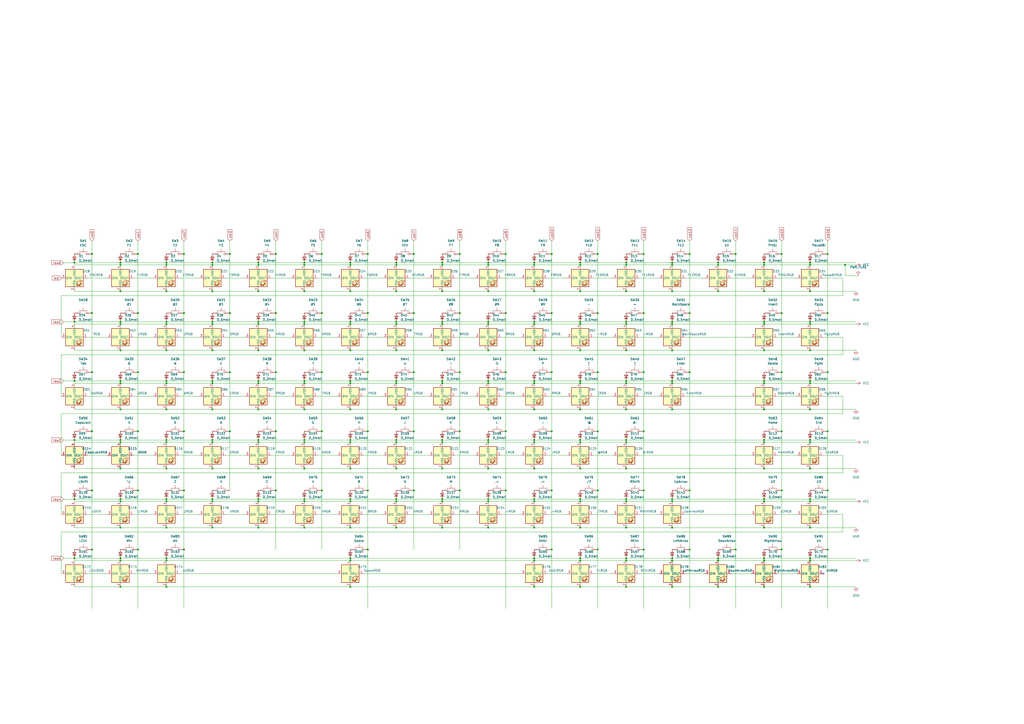
<source format=kicad_sch>
(kicad_sch (version 20211123) (generator eeschema)
  (paper "A2")
  (junction (at 400.05 215.9))
  (junction (at 309.88 220.98))
  (junction (at 309.88 187.96))
  (junction (at 203.2 152.4))
  (junction (at 106.68 181.61))
  (junction (at 176.53 306.07))
  (junction (at 43.18 186.69))
  (junction (at 490.22 153.67))
  (junction (at 123.19 186.69))
  (junction (at 53.34 147.32))
  (junction (at 443.23 256.54))
  (junction (at 69.85 152.4))
  (junction (at 363.22 153.67))
  (junction (at 229.87 186.69))
  (junction (at 96.52 203.2))
  (junction (at 123.19 289.56))
  (junction (at 320.04 318.77))
  (junction (at 149.86 237.49))
  (junction (at 426.72 318.77))
  (junction (at 176.53 152.4))
  (junction (at 453.39 250.19))
  (junction (at 389.89 220.98))
  (junction (at 256.54 271.78))
  (junction (at 309.88 323.85))
  (junction (at 346.71 181.61))
  (junction (at 229.87 256.54))
  (junction (at 283.21 271.78))
  (junction (at 176.53 168.91))
  (junction (at 453.39 181.61))
  (junction (at 96.52 306.07))
  (junction (at 123.19 290.83))
  (junction (at 96.52 222.25))
  (junction (at 373.38 250.19))
  (junction (at 320.04 284.48))
  (junction (at 69.85 325.12))
  (junction (at 96.52 290.83))
  (junction (at 283.21 306.07))
  (junction (at 80.01 215.9))
  (junction (at 203.2 220.98))
  (junction (at 229.87 203.2))
  (junction (at 416.56 340.36))
  (junction (at 469.9 289.56))
  (junction (at 43.18 152.4))
  (junction (at 240.03 250.19))
  (junction (at 416.56 323.85))
  (junction (at 69.85 153.67))
  (junction (at 96.52 187.96))
  (junction (at 309.88 203.2))
  (junction (at 176.53 290.83))
  (junction (at 336.55 237.49))
  (junction (at 149.86 220.98))
  (junction (at 80.01 147.32))
  (junction (at 283.21 256.54))
  (junction (at 123.19 237.49))
  (junction (at 336.55 203.2))
  (junction (at 426.72 147.32))
  (junction (at 256.54 186.69))
  (junction (at 363.22 220.98))
  (junction (at 373.38 215.9))
  (junction (at 283.21 187.96))
  (junction (at 96.52 152.4))
  (junction (at 283.21 186.69))
  (junction (at 186.69 215.9))
  (junction (at 293.37 147.32))
  (junction (at 389.89 306.07))
  (junction (at 133.35 181.61))
  (junction (at 96.52 220.98))
  (junction (at 363.22 168.91))
  (junction (at 203.2 186.69))
  (junction (at 69.85 323.85))
  (junction (at 336.55 340.36))
  (junction (at 363.22 203.2))
  (junction (at 389.89 237.49))
  (junction (at 309.88 256.54))
  (junction (at 469.9 290.83))
  (junction (at 469.9 203.2))
  (junction (at 336.55 222.25))
  (junction (at 123.19 255.27))
  (junction (at 480.06 147.32))
  (junction (at 80.01 181.61))
  (junction (at 469.9 306.07))
  (junction (at 80.01 250.19))
  (junction (at 96.52 256.54))
  (junction (at 123.19 152.4))
  (junction (at 336.55 168.91))
  (junction (at 363.22 256.54))
  (junction (at 176.53 271.78))
  (junction (at 106.68 318.77))
  (junction (at 69.85 222.25))
  (junction (at 229.87 271.78))
  (junction (at 176.53 222.25))
  (junction (at 389.89 340.36))
  (junction (at 256.54 306.07))
  (junction (at 53.34 318.77))
  (junction (at 469.9 152.4))
  (junction (at 203.2 255.27))
  (junction (at 480.06 318.77))
  (junction (at 53.34 215.9))
  (junction (at 106.68 250.19))
  (junction (at 453.39 284.48))
  (junction (at 256.54 237.49))
  (junction (at 309.88 222.25))
  (junction (at 336.55 323.85))
  (junction (at 203.2 153.67))
  (junction (at 69.85 186.69))
  (junction (at 336.55 256.54))
  (junction (at 96.52 153.67))
  (junction (at 160.02 147.32))
  (junction (at 53.34 181.61))
  (junction (at 149.86 203.2))
  (junction (at 229.87 220.98))
  (junction (at 469.9 153.67))
  (junction (at 309.88 186.69))
  (junction (at 293.37 215.9))
  (junction (at 389.89 323.85))
  (junction (at 469.9 187.96))
  (junction (at 229.87 187.96))
  (junction (at 346.71 318.77))
  (junction (at 266.7 215.9))
  (junction (at 203.2 237.49))
  (junction (at 213.36 284.48))
  (junction (at 469.9 186.69))
  (junction (at 363.22 186.69))
  (junction (at 373.38 318.77))
  (junction (at 389.89 187.96))
  (junction (at 309.88 325.12))
  (junction (at 203.2 271.78))
  (junction (at 373.38 147.32))
  (junction (at 240.03 284.48))
  (junction (at 309.88 306.07))
  (junction (at 69.85 237.49))
  (junction (at 283.21 255.27))
  (junction (at 416.56 153.67))
  (junction (at 69.85 220.98))
  (junction (at 229.87 152.4))
  (junction (at 160.02 284.48))
  (junction (at 336.55 271.78))
  (junction (at 336.55 325.12))
  (junction (at 373.38 181.61))
  (junction (at 320.04 147.32))
  (junction (at 43.18 255.27))
  (junction (at 336.55 152.4))
  (junction (at 123.19 256.54))
  (junction (at 149.86 153.67))
  (junction (at 106.68 284.48))
  (junction (at 213.36 147.32))
  (junction (at 240.03 215.9))
  (junction (at 123.19 271.78))
  (junction (at 123.19 222.25))
  (junction (at 363.22 222.25))
  (junction (at 283.21 222.25))
  (junction (at 123.19 220.98))
  (junction (at 176.53 153.67))
  (junction (at 469.9 340.36))
  (junction (at 149.86 271.78))
  (junction (at 53.34 250.19))
  (junction (at 96.52 271.78))
  (junction (at 149.86 289.56))
  (junction (at 416.56 168.91))
  (junction (at 133.35 215.9))
  (junction (at 176.53 255.27))
  (junction (at 443.23 237.49))
  (junction (at 443.23 306.07))
  (junction (at 149.86 222.25))
  (junction (at 309.88 237.49))
  (junction (at 389.89 153.67))
  (junction (at 336.55 187.96))
  (junction (at 469.9 168.91))
  (junction (at 240.03 181.61))
  (junction (at 363.22 237.49))
  (junction (at 203.2 187.96))
  (junction (at 389.89 203.2))
  (junction (at 256.54 152.4))
  (junction (at 80.01 284.48))
  (junction (at 443.23 325.12))
  (junction (at 123.19 203.2))
  (junction (at 256.54 187.96))
  (junction (at 149.86 255.27))
  (junction (at 123.19 153.67))
  (junction (at 443.23 271.78))
  (junction (at 96.52 289.56))
  (junction (at 336.55 186.69))
  (junction (at 443.23 187.96))
  (junction (at 443.23 289.56))
  (junction (at 469.9 323.85))
  (junction (at 266.7 181.61))
  (junction (at 400.05 147.32))
  (junction (at 389.89 186.69))
  (junction (at 176.53 186.69))
  (junction (at 96.52 325.12))
  (junction (at 96.52 168.91))
  (junction (at 69.85 255.27))
  (junction (at 133.35 147.32))
  (junction (at 336.55 153.67))
  (junction (at 443.23 168.91))
  (junction (at 363.22 323.85))
  (junction (at 203.2 256.54))
  (junction (at 480.06 284.48))
  (junction (at 283.21 289.56))
  (junction (at 160.02 250.19))
  (junction (at 443.23 186.69))
  (junction (at 389.89 222.25))
  (junction (at 309.88 340.36))
  (junction (at 229.87 306.07))
  (junction (at 123.19 306.07))
  (junction (at 176.53 203.2))
  (junction (at 293.37 284.48))
  (junction (at 203.2 289.56))
  (junction (at 443.23 255.27))
  (junction (at 186.69 147.32))
  (junction (at 43.18 323.85))
  (junction (at 336.55 289.56))
  (junction (at 363.22 340.36))
  (junction (at 336.55 220.98))
  (junction (at 266.7 147.32))
  (junction (at 229.87 237.49))
  (junction (at 363.22 255.27))
  (junction (at 266.7 250.19))
  (junction (at 336.55 306.07))
  (junction (at 469.9 271.78))
  (junction (at 363.22 187.96))
  (junction (at 203.2 306.07))
  (junction (at 309.88 289.56))
  (junction (at 149.86 168.91))
  (junction (at 229.87 255.27))
  (junction (at 69.85 256.54))
  (junction (at 480.06 250.19))
  (junction (at 53.34 284.48))
  (junction (at 149.86 186.69))
  (junction (at 469.9 255.27))
  (junction (at 320.04 181.61))
  (junction (at 389.89 152.4))
  (junction (at 266.7 284.48))
  (junction (at 186.69 181.61))
  (junction (at 469.9 325.12))
  (junction (at 443.23 323.85))
  (junction (at 400.05 181.61))
  (junction (at 203.2 290.83))
  (junction (at 213.36 318.77))
  (junction (at 389.89 289.56))
  (junction (at 346.71 147.32))
  (junction (at 283.21 203.2))
  (junction (at 309.88 290.83))
  (junction (at 336.55 290.83))
  (junction (at 229.87 289.56))
  (junction (at 320.04 215.9))
  (junction (at 336.55 255.27))
  (junction (at 149.86 290.83))
  (junction (at 176.53 220.98))
  (junction (at 443.23 290.83))
  (junction (at 283.21 152.4))
  (junction (at 256.54 255.27))
  (junction (at 293.37 181.61))
  (junction (at 443.23 153.67))
  (junction (at 389.89 290.83))
  (junction (at 389.89 325.12))
  (junction (at 96.52 323.85))
  (junction (at 373.38 284.48))
  (junction (at 400.05 284.48))
  (junction (at 443.23 220.98))
  (junction (at 69.85 306.07))
  (junction (at 453.39 147.32))
  (junction (at 443.23 203.2))
  (junction (at 283.21 290.83))
  (junction (at 69.85 289.56))
  (junction (at 43.18 289.56))
  (junction (at 256.54 256.54))
  (junction (at 229.87 168.91))
  (junction (at 309.88 271.78))
  (junction (at 283.21 168.91))
  (junction (at 160.02 181.61))
  (junction (at 256.54 168.91))
  (junction (at 293.37 250.19))
  (junction (at 96.52 186.69))
  (junction (at 203.2 203.2))
  (junction (at 256.54 153.67))
  (junction (at 443.23 340.36))
  (junction (at 389.89 168.91))
  (junction (at 69.85 290.83))
  (junction (at 106.68 147.32))
  (junction (at 363.22 290.83))
  (junction (at 240.03 147.32))
  (junction (at 346.71 250.19))
  (junction (at 256.54 222.25))
  (junction (at 469.9 256.54))
  (junction (at 69.85 340.36))
  (junction (at 283.21 220.98))
  (junction (at 203.2 325.12))
  (junction (at 309.88 255.27))
  (junction (at 363.22 306.07))
  (junction (at 106.68 215.9))
  (junction (at 400.05 318.77))
  (junction (at 363.22 289.56))
  (junction (at 443.23 222.25))
  (junction (at 416.56 152.4))
  (junction (at 213.36 181.61))
  (junction (at 229.87 153.67))
  (junction (at 363.22 325.12))
  (junction (at 256.54 289.56))
  (junction (at 256.54 220.98))
  (junction (at 176.53 187.96))
  (junction (at 229.87 290.83))
  (junction (at 69.85 203.2))
  (junction (at 480.06 181.61))
  (junction (at 213.36 250.19))
  (junction (at 80.01 318.77))
  (junction (at 256.54 290.83))
  (junction (at 149.86 152.4))
  (junction (at 363.22 271.78))
  (junction (at 69.85 271.78))
  (junction (at 469.9 220.98))
  (junction (at 203.2 340.36))
  (junction (at 43.18 220.98))
  (junction (at 176.53 237.49))
  (junction (at 309.88 168.91))
  (junction (at 346.71 215.9))
  (junction (at 96.52 255.27))
  (junction (at 69.85 168.91))
  (junction (at 469.9 237.49))
  (junction (at 186.69 250.19))
  (junction (at 149.86 256.54))
  (junction (at 309.88 152.4))
  (junction (at 149.86 187.96))
  (junction (at 213.36 215.9))
  (junction (at 480.06 215.9))
  (junction (at 69.85 187.96))
  (junction (at 160.02 215.9))
  (junction (at 346.71 284.48))
  (junction (at 149.86 306.07))
  (junction (at 186.69 284.48))
  (junction (at 123.19 168.91))
  (junction (at 133.35 250.19))
  (junction (at 229.87 222.25))
  (junction (at 176.53 256.54))
  (junction (at 283.21 237.49))
  (junction (at 203.2 168.91))
  (junction (at 256.54 203.2))
  (junction (at 453.39 215.9))
  (junction (at 203.2 222.25))
  (junction (at 96.52 340.36))
  (junction (at 309.88 153.67))
  (junction (at 320.04 250.19))
  (junction (at 176.53 289.56))
  (junction (at 283.21 153.67))
  (junction (at 443.23 152.4))
  (junction (at 363.22 152.4))
  (junction (at 123.19 187.96))
  (junction (at 203.2 323.85))
  (junction (at 453.39 318.77))
  (junction (at 416.56 325.12))
  (junction (at 96.52 237.49))
  (junction (at 469.9 222.25))
  (no_connect (at 477.52 332.74))
  (wire (pts (xy 363.22 187.96) (xy 389.89 187.96)))
  (wire (pts (xy 123.19 306.07) (xy 149.86 306.07)))
  (wire (pts (xy 229.87 290.83) (xy 256.54 290.83)))
  (wire (pts (xy 203.2 323.85) (xy 309.88 323.85)))
  (wire (pts (xy 203.2 256.54) (xy 229.87 256.54)))
  (wire (pts (xy 469.9 255.27) (xy 496.57 255.27)))
  (wire (pts (xy 309.88 340.36) (xy 336.55 340.36)))
  (wire (pts (xy 389.89 289.56) (xy 443.23 289.56)))
  (wire (pts (xy 317.5 195.58) (xy 328.93 195.58)))
  (wire (pts (xy 344.17 195.58) (xy 355.6 195.58)))
  (wire (pts (xy 469.9 187.96) (xy 496.57 187.96)))
  (wire (pts (xy 176.53 256.54) (xy 203.2 256.54)))
  (wire (pts (xy 176.53 220.98) (xy 203.2 220.98)))
  (wire (pts (xy 336.55 255.27) (xy 363.22 255.27)))
  (wire (pts (xy 450.85 264.16) (xy 462.28 264.16)))
  (wire (pts (xy 237.49 161.29) (xy 248.92 161.29)))
  (wire (pts (xy 450.85 161.29) (xy 462.28 161.29)))
  (wire (pts (xy 370.84 161.29) (xy 382.27 161.29)))
  (wire (pts (xy 160.02 284.48) (xy 160.02 318.77)))
  (wire (pts (xy 96.52 168.91) (xy 123.19 168.91)))
  (wire (pts (xy 186.69 250.19) (xy 186.69 284.48)))
  (wire (pts (xy 123.19 255.27) (xy 149.86 255.27)))
  (wire (pts (xy 203.2 237.49) (xy 229.87 237.49)))
  (wire (pts (xy 149.86 203.2) (xy 176.53 203.2)))
  (wire (pts (xy 293.37 181.61) (xy 293.37 215.9)))
  (wire (pts (xy 203.2 340.36) (xy 309.88 340.36)))
  (wire (pts (xy 157.48 195.58) (xy 168.91 195.58)))
  (wire (pts (xy 43.18 220.98) (xy 69.85 220.98)))
  (wire (pts (xy 389.89 186.69) (xy 443.23 186.69)))
  (wire (pts (xy 160.02 147.32) (xy 160.02 181.61)))
  (wire (pts (xy 389.89 168.91) (xy 416.56 168.91)))
  (wire (pts (xy 213.36 147.32) (xy 213.36 181.61)))
  (wire (pts (xy 256.54 306.07) (xy 283.21 306.07)))
  (wire (pts (xy 96.52 255.27) (xy 123.19 255.27)))
  (wire (pts (xy 80.01 139.7) (xy 80.01 147.32)))
  (wire (pts (xy 389.89 220.98) (xy 443.23 220.98)))
  (wire (pts (xy 469.9 222.25) (xy 496.57 222.25)))
  (wire (pts (xy 123.19 187.96) (xy 149.86 187.96)))
  (wire (pts (xy 80.01 215.9) (xy 80.01 250.19)))
  (wire (pts (xy 469.9 325.12) (xy 496.57 325.12)))
  (wire (pts (xy 256.54 256.54) (xy 283.21 256.54)))
  (wire (pts (xy 43.18 325.12) (xy 69.85 325.12)))
  (wire (pts (xy 389.89 203.2) (xy 443.23 203.2)))
  (wire (pts (xy 77.47 161.29) (xy 88.9 161.29)))
  (wire (pts (xy 400.05 147.32) (xy 400.05 181.61)))
  (wire (pts (xy 293.37 284.48) (xy 293.37 353.06)))
  (wire (pts (xy 283.21 271.78) (xy 309.88 271.78)))
  (wire (pts (xy 160.02 181.61) (xy 160.02 215.9)))
  (wire (pts (xy 469.9 153.67) (xy 490.22 153.67)))
  (wire (pts (xy 397.51 161.29) (xy 408.94 161.29)))
  (wire (pts (xy 426.72 147.32) (xy 426.72 318.77)))
  (wire (pts (xy 96.52 186.69) (xy 123.19 186.69)))
  (wire (pts (xy 256.54 289.56) (xy 283.21 289.56)))
  (wire (pts (xy 309.88 306.07) (xy 336.55 306.07)))
  (wire (pts (xy 43.18 152.4) (xy 69.85 152.4)))
  (wire (pts (xy 256.54 220.98) (xy 283.21 220.98)))
  (wire (pts (xy 309.88 255.27) (xy 336.55 255.27)))
  (wire (pts (xy 229.87 237.49) (xy 256.54 237.49)))
  (wire (pts (xy 157.48 229.87) (xy 168.91 229.87)))
  (wire (pts (xy 336.55 340.36) (xy 363.22 340.36)))
  (wire (pts (xy 443.23 203.2) (xy 469.9 203.2)))
  (wire (pts (xy 43.18 271.78) (xy 69.85 271.78)))
  (wire (pts (xy 35.56 308.61) (xy 35.56 332.74)))
  (wire (pts (xy 443.23 256.54) (xy 469.9 256.54)))
  (wire (pts (xy 370.84 298.45) (xy 382.27 298.45)))
  (wire (pts (xy 293.37 139.7) (xy 293.37 147.32)))
  (wire (pts (xy 43.18 306.07) (xy 69.85 306.07)))
  (wire (pts (xy 363.22 340.36) (xy 389.89 340.36)))
  (wire (pts (xy 400.05 318.77) (xy 400.05 353.06)))
  (wire (pts (xy 123.19 220.98) (xy 149.86 220.98)))
  (wire (pts (xy 237.49 195.58) (xy 248.92 195.58)))
  (wire (pts (xy 104.14 264.16) (xy 115.57 264.16)))
  (wire (pts (xy 176.53 153.67) (xy 203.2 153.67)))
  (wire (pts (xy 309.88 256.54) (xy 336.55 256.54)))
  (wire (pts (xy 490.22 160.02) (xy 490.22 153.67)))
  (wire (pts (xy 290.83 298.45) (xy 302.26 298.45)))
  (wire (pts (xy 104.14 195.58) (xy 115.57 195.58)))
  (wire (pts (xy 309.88 237.49) (xy 336.55 237.49)))
  (wire (pts (xy 176.53 271.78) (xy 203.2 271.78)))
  (wire (pts (xy 283.21 220.98) (xy 309.88 220.98)))
  (wire (pts (xy 488.95 205.74) (xy 35.56 205.74)))
  (wire (pts (xy 69.85 187.96) (xy 96.52 187.96)))
  (wire (pts (xy 309.88 323.85) (xy 336.55 323.85)))
  (wire (pts (xy 149.86 256.54) (xy 176.53 256.54)))
  (wire (pts (xy 123.19 237.49) (xy 149.86 237.49)))
  (wire (pts (xy 213.36 181.61) (xy 213.36 215.9)))
  (wire (pts (xy 210.82 195.58) (xy 222.25 195.58)))
  (wire (pts (xy 130.81 264.16) (xy 142.24 264.16)))
  (wire (pts (xy 229.87 256.54) (xy 256.54 256.54)))
  (wire (pts (xy 424.18 332.74) (xy 435.61 332.74)))
  (wire (pts (xy 35.56 171.45) (xy 35.56 195.58)))
  (wire (pts (xy 53.34 284.48) (xy 53.34 318.77)))
  (wire (pts (xy 176.53 203.2) (xy 203.2 203.2)))
  (wire (pts (xy 229.87 220.98) (xy 256.54 220.98)))
  (wire (pts (xy 69.85 340.36) (xy 96.52 340.36)))
  (wire (pts (xy 336.55 289.56) (xy 363.22 289.56)))
  (wire (pts (xy 184.15 229.87) (xy 195.58 229.87)))
  (wire (pts (xy 213.36 318.77) (xy 213.36 353.06)))
  (wire (pts (xy 336.55 168.91) (xy 363.22 168.91)))
  (wire (pts (xy 203.2 203.2) (xy 229.87 203.2)))
  (wire (pts (xy 363.22 168.91) (xy 389.89 168.91)))
  (wire (pts (xy 264.16 229.87) (xy 275.59 229.87)))
  (wire (pts (xy 240.03 215.9) (xy 240.03 250.19)))
  (wire (pts (xy 104.14 161.29) (xy 115.57 161.29)))
  (wire (pts (xy 43.18 222.25) (xy 69.85 222.25)))
  (wire (pts (xy 344.17 229.87) (xy 355.6 229.87)))
  (wire (pts (xy 443.23 290.83) (xy 469.9 290.83)))
  (wire (pts (xy 443.23 289.56) (xy 469.9 289.56)))
  (wire (pts (xy 363.22 237.49) (xy 389.89 237.49)))
  (wire (pts (xy 488.95 240.03) (xy 35.56 240.03)))
  (wire (pts (xy 229.87 271.78) (xy 256.54 271.78)))
  (wire (pts (xy 400.05 181.61) (xy 400.05 215.9)))
  (wire (pts (xy 488.95 308.61) (xy 35.56 308.61)))
  (wire (pts (xy 336.55 325.12) (xy 363.22 325.12)))
  (wire (pts (xy 320.04 181.61) (xy 320.04 215.9)))
  (wire (pts (xy 373.38 147.32) (xy 373.38 181.61)))
  (wire (pts (xy 130.81 298.45) (xy 142.24 298.45)))
  (wire (pts (xy 309.88 153.67) (xy 336.55 153.67)))
  (wire (pts (xy 213.36 250.19) (xy 213.36 284.48)))
  (wire (pts (xy 240.03 147.32) (xy 240.03 181.61)))
  (wire (pts (xy 106.68 215.9) (xy 106.68 250.19)))
  (wire (pts (xy 229.87 289.56) (xy 256.54 289.56)))
  (wire (pts (xy 397.51 229.87) (xy 435.61 229.87)))
  (wire (pts (xy 389.89 306.07) (xy 443.23 306.07)))
  (wire (pts (xy 488.95 161.29) (xy 488.95 171.45)))
  (wire (pts (xy 256.54 290.83) (xy 283.21 290.83)))
  (wire (pts (xy 450.85 195.58) (xy 462.28 195.58)))
  (wire (pts (xy 309.88 222.25) (xy 336.55 222.25)))
  (wire (pts (xy 149.86 255.27) (xy 176.53 255.27)))
  (wire (pts (xy 469.9 168.91) (xy 496.57 168.91)))
  (wire (pts (xy 290.83 229.87) (xy 302.26 229.87)))
  (wire (pts (xy 149.86 152.4) (xy 176.53 152.4)))
  (wire (pts (xy 283.21 255.27) (xy 309.88 255.27)))
  (wire (pts (xy 256.54 168.91) (xy 283.21 168.91)))
  (wire (pts (xy 370.84 229.87) (xy 382.27 229.87)))
  (wire (pts (xy 443.23 271.78) (xy 469.9 271.78)))
  (wire (pts (xy 43.18 203.2) (xy 69.85 203.2)))
  (wire (pts (xy 157.48 264.16) (xy 168.91 264.16)))
  (wire (pts (xy 96.52 325.12) (xy 203.2 325.12)))
  (wire (pts (xy 130.81 161.29) (xy 142.24 161.29)))
  (wire (pts (xy 290.83 161.29) (xy 302.26 161.29)))
  (wire (pts (xy 203.2 168.91) (xy 229.87 168.91)))
  (wire (pts (xy 176.53 168.91) (xy 203.2 168.91)))
  (wire (pts (xy 203.2 290.83) (xy 229.87 290.83)))
  (wire (pts (xy 43.18 255.27) (xy 69.85 255.27)))
  (wire (pts (xy 488.95 171.45) (xy 35.56 171.45)))
  (wire (pts (xy 35.56 240.03) (xy 35.56 264.16)))
  (wire (pts (xy 283.21 222.25) (xy 309.88 222.25)))
  (wire (pts (xy 453.39 139.7) (xy 453.39 147.32)))
  (wire (pts (xy 336.55 323.85) (xy 363.22 323.85)))
  (wire (pts (xy 43.18 289.56) (xy 69.85 289.56)))
  (wire (pts (xy 69.85 255.27) (xy 96.52 255.27)))
  (wire (pts (xy 36.83 220.98) (xy 43.18 220.98)))
  (wire (pts (xy 69.85 289.56) (xy 96.52 289.56)))
  (wire (pts (xy 50.8 229.87) (xy 62.23 229.87)))
  (wire (pts (xy 450.85 332.74) (xy 462.28 332.74)))
  (wire (pts (xy 400.05 215.9) (xy 400.05 284.48)))
  (wire (pts (xy 389.89 323.85) (xy 416.56 323.85)))
  (wire (pts (xy 488.95 195.58) (xy 488.95 205.74)))
  (wire (pts (xy 149.86 306.07) (xy 176.53 306.07)))
  (wire (pts (xy 480.06 250.19) (xy 480.06 284.48)))
  (wire (pts (xy 346.71 139.7) (xy 346.71 147.32)))
  (wire (pts (xy 266.7 215.9) (xy 266.7 250.19)))
  (wire (pts (xy 309.88 290.83) (xy 336.55 290.83)))
  (wire (pts (xy 400.05 284.48) (xy 400.05 318.77)))
  (wire (pts (xy 363.22 289.56) (xy 389.89 289.56)))
  (wire (pts (xy 69.85 325.12) (xy 96.52 325.12)))
  (wire (pts (xy 149.86 186.69) (xy 176.53 186.69)))
  (wire (pts (xy 346.71 147.32) (xy 346.71 181.61)))
  (wire (pts (xy 69.85 220.98) (xy 96.52 220.98)))
  (wire (pts (xy 210.82 298.45) (xy 222.25 298.45)))
  (wire (pts (xy 176.53 152.4) (xy 203.2 152.4)))
  (wire (pts (xy 293.37 250.19) (xy 293.37 284.48)))
  (wire (pts (xy 229.87 153.67) (xy 256.54 153.67)))
  (wire (pts (xy 69.85 237.49) (xy 96.52 237.49)))
  (wire (pts (xy 203.2 306.07) (xy 229.87 306.07)))
  (wire (pts (xy 363.22 255.27) (xy 443.23 255.27)))
  (wire (pts (xy 36.83 152.4) (xy 43.18 152.4)))
  (wire (pts (xy 309.88 271.78) (xy 336.55 271.78)))
  (wire (pts (xy 477.52 264.16) (xy 488.95 264.16)))
  (wire (pts (xy 213.36 139.7) (xy 213.36 147.32)))
  (wire (pts (xy 443.23 220.98) (xy 469.9 220.98)))
  (wire (pts (xy 416.56 152.4) (xy 443.23 152.4)))
  (wire (pts (xy 203.2 255.27) (xy 229.87 255.27)))
  (wire (pts (xy 104.14 298.45) (xy 115.57 298.45)))
  (wire (pts (xy 43.18 237.49) (xy 69.85 237.49)))
  (wire (pts (xy 176.53 222.25) (xy 203.2 222.25)))
  (wire (pts (xy 320.04 147.32) (xy 320.04 181.61)))
  (wire (pts (xy 50.8 298.45) (xy 62.23 298.45)))
  (wire (pts (xy 290.83 264.16) (xy 302.26 264.16)))
  (wire (pts (xy 346.71 215.9) (xy 346.71 250.19)))
  (wire (pts (xy 309.88 325.12) (xy 336.55 325.12)))
  (wire (pts (xy 69.85 323.85) (xy 96.52 323.85)))
  (wire (pts (xy 53.34 147.32) (xy 53.34 181.61)))
  (wire (pts (xy 283.21 306.07) (xy 309.88 306.07)))
  (wire (pts (xy 229.87 203.2) (xy 256.54 203.2)))
  (wire (pts (xy 424.18 161.29) (xy 435.61 161.29)))
  (wire (pts (xy 77.47 298.45) (xy 88.9 298.45)))
  (wire (pts (xy 53.34 215.9) (xy 53.34 250.19)))
  (wire (pts (xy 43.18 187.96) (xy 69.85 187.96)))
  (wire (pts (xy 497.84 160.02) (xy 490.22 160.02)))
  (wire (pts (xy 157.48 161.29) (xy 168.91 161.29)))
  (wire (pts (xy 186.69 139.7) (xy 186.69 147.32)))
  (wire (pts (xy 370.84 195.58) (xy 382.27 195.58)))
  (wire (pts (xy 480.06 139.7) (xy 480.06 147.32)))
  (wire (pts (xy 203.2 152.4) (xy 229.87 152.4)))
  (wire (pts (xy 373.38 284.48) (xy 373.38 318.77)))
  (wire (pts (xy 309.88 186.69) (xy 336.55 186.69)))
  (wire (pts (xy 53.34 139.7) (xy 53.34 147.32)))
  (wire (pts (xy 203.2 220.98) (xy 229.87 220.98)))
  (wire (pts (xy 320.04 250.19) (xy 320.04 284.48)))
  (wire (pts (xy 453.39 284.48) (xy 453.39 318.77)))
  (wire (pts (xy 149.86 187.96) (xy 176.53 187.96)))
  (wire (pts (xy 283.21 290.83) (xy 309.88 290.83)))
  (wire (pts (xy 346.71 250.19) (xy 346.71 284.48)))
  (wire (pts (xy 283.21 186.69) (xy 309.88 186.69)))
  (wire (pts (xy 317.5 298.45) (xy 328.93 298.45)))
  (wire (pts (xy 346.71 181.61) (xy 346.71 215.9)))
  (wire (pts (xy 133.35 215.9) (xy 133.35 250.19)))
  (wire (pts (xy 363.22 325.12) (xy 389.89 325.12)))
  (wire (pts (xy 266.7 284.48) (xy 266.7 318.77)))
  (wire (pts (xy 77.47 229.87) (xy 88.9 229.87)))
  (wire (pts (xy 184.15 161.29) (xy 195.58 161.29)))
  (wire (pts (xy 184.15 298.45) (xy 195.58 298.45)))
  (wire (pts (xy 336.55 256.54) (xy 363.22 256.54)))
  (wire (pts (xy 123.19 168.91) (xy 149.86 168.91)))
  (wire (pts (xy 96.52 152.4) (xy 123.19 152.4)))
  (wire (pts (xy 69.85 186.69) (xy 96.52 186.69)))
  (wire (pts (xy 370.84 264.16) (xy 435.61 264.16)))
  (wire (pts (xy 149.86 271.78) (xy 176.53 271.78)))
  (wire (pts (xy 416.56 323.85) (xy 443.23 323.85)))
  (wire (pts (xy 133.35 147.32) (xy 133.35 181.61)))
  (wire (pts (xy 130.81 229.87) (xy 142.24 229.87)))
  (wire (pts (xy 106.68 284.48) (xy 106.68 318.77)))
  (wire (pts (xy 266.7 147.32) (xy 266.7 181.61)))
  (wire (pts (xy 149.86 237.49) (xy 176.53 237.49)))
  (wire (pts (xy 43.18 323.85) (xy 69.85 323.85)))
  (wire (pts (xy 309.88 203.2) (xy 336.55 203.2)))
  (wire (pts (xy 176.53 237.49) (xy 203.2 237.49)))
  (wire (pts (xy 80.01 181.61) (xy 80.01 215.9)))
  (wire (pts (xy 96.52 187.96) (xy 123.19 187.96)))
  (wire (pts (xy 210.82 229.87) (xy 222.25 229.87)))
  (wire (pts (xy 283.21 168.91) (xy 309.88 168.91)))
  (wire (pts (xy 237.49 264.16) (xy 248.92 264.16)))
  (wire (pts (xy 186.69 284.48) (xy 186.69 318.77)))
  (wire (pts (xy 443.23 222.25) (xy 469.9 222.25)))
  (wire (pts (xy 389.89 187.96) (xy 443.23 187.96)))
  (wire (pts (xy 426.72 139.7) (xy 426.72 147.32)))
  (wire (pts (xy 389.89 325.12) (xy 416.56 325.12)))
  (wire (pts (xy 309.88 152.4) (xy 336.55 152.4)))
  (wire (pts (xy 256.54 271.78) (xy 283.21 271.78)))
  (wire (pts (xy 240.03 284.48) (xy 240.03 318.77)))
  (wire (pts (xy 123.19 289.56) (xy 149.86 289.56)))
  (wire (pts (xy 373.38 139.7) (xy 373.38 147.32)))
  (wire (pts (xy 344.17 298.45) (xy 355.6 298.45)))
  (wire (pts (xy 43.18 340.36) (xy 69.85 340.36)))
  (wire (pts (xy 443.23 306.07) (xy 469.9 306.07)))
  (wire (pts (xy 186.69 147.32) (xy 186.69 181.61)))
  (wire (pts (xy 69.85 290.83) (xy 96.52 290.83)))
  (wire (pts (xy 256.54 237.49) (xy 283.21 237.49)))
  (wire (pts (xy 213.36 284.48) (xy 213.36 318.77)))
  (wire (pts (xy 264.16 161.29) (xy 275.59 161.29)))
  (wire (pts (xy 229.87 222.25) (xy 256.54 222.25)))
  (wire (pts (xy 336.55 153.67) (xy 363.22 153.67)))
  (wire (pts (xy 336.55 306.07) (xy 363.22 306.07)))
  (wire (pts (xy 96.52 340.36) (xy 203.2 340.36)))
  (wire (pts (xy 389.89 290.83) (xy 443.23 290.83)))
  (wire (pts (xy 184.15 195.58) (xy 195.58 195.58)))
  (wire (pts (xy 80.01 250.19) (xy 80.01 284.48)))
  (wire (pts (xy 256.54 152.4) (xy 283.21 152.4)))
  (wire (pts (xy 469.9 289.56) (xy 496.57 289.56)))
  (wire (pts (xy 133.35 139.7) (xy 133.35 147.32)))
  (wire (pts (xy 69.85 203.2) (xy 96.52 203.2)))
  (wire (pts (xy 43.18 186.69) (xy 69.85 186.69)))
  (wire (pts (xy 477.52 298.45) (xy 488.95 298.45)))
  (wire (pts (xy 35.56 274.32) (xy 35.56 298.45)))
  (wire (pts (xy 363.22 290.83) (xy 389.89 290.83)))
  (wire (pts (xy 50.8 264.16) (xy 62.23 264.16)))
  (wire (pts (xy 363.22 203.2) (xy 389.89 203.2)))
  (wire (pts (xy 469.9 271.78) (xy 496.57 271.78)))
  (wire (pts (xy 336.55 220.98) (xy 363.22 220.98)))
  (wire (pts (xy 229.87 187.96) (xy 256.54 187.96)))
  (wire (pts (xy 149.86 220.98) (xy 176.53 220.98)))
  (wire (pts (xy 69.85 271.78) (xy 96.52 271.78)))
  (wire (pts (xy 43.18 290.83) (xy 69.85 290.83)))
  (wire (pts (xy 309.88 289.56) (xy 336.55 289.56)))
  (wire (pts (xy 237.49 298.45) (xy 248.92 298.45)))
  (wire (pts (xy 469.9 186.69) (xy 496.57 186.69)))
  (wire (pts (xy 373.38 250.19) (xy 373.38 284.48)))
  (wire (pts (xy 400.05 139.7) (xy 400.05 147.32)))
  (wire (pts (xy 469.9 290.83) (xy 496.57 290.83)))
  (wire (pts (xy 453.39 181.61) (xy 453.39 215.9)))
  (wire (pts (xy 397.51 298.45) (xy 435.61 298.45)))
  (wire (pts (xy 229.87 186.69) (xy 256.54 186.69)))
  (wire (pts (xy 336.55 186.69) (xy 363.22 186.69)))
  (wire (pts (xy 149.86 222.25) (xy 176.53 222.25)))
  (wire (pts (xy 363.22 186.69) (xy 389.89 186.69)))
  (wire (pts (xy 69.85 256.54) (xy 96.52 256.54)))
  (wire (pts (xy 130.81 195.58) (xy 142.24 195.58)))
  (wire (pts (xy 488.95 264.16) (xy 488.95 274.32)))
  (wire (pts (xy 50.8 195.58) (xy 62.23 195.58)))
  (wire (pts (xy 453.39 318.77) (xy 453.39 353.06)))
  (wire (pts (xy 69.85 306.07) (xy 96.52 306.07)))
  (wire (pts (xy 96.52 289.56) (xy 123.19 289.56)))
  (wire (pts (xy 123.19 256.54) (xy 149.86 256.54)))
  (wire (pts (xy 210.82 264.16) (xy 222.25 264.16)))
  (wire (pts (xy 133.35 181.61) (xy 133.35 215.9)))
  (wire (pts (xy 53.34 250.19) (xy 53.34 284.48)))
  (wire (pts (xy 123.19 222.25) (xy 149.86 222.25)))
  (wire (pts (xy 96.52 290.83) (xy 123.19 290.83)))
  (wire (pts (xy 309.88 220.98) (xy 336.55 220.98)))
  (wire (pts (xy 240.03 139.7) (xy 240.03 147.32)))
  (wire (pts (xy 344.17 332.74) (xy 355.6 332.74)))
  (wire (pts (xy 373.38 215.9) (xy 373.38 250.19)))
  (wire (pts (xy 469.9 306.07) (xy 496.57 306.07)))
  (wire (pts (xy 256.54 203.2) (xy 283.21 203.2)))
  (wire (pts (xy 203.2 325.12) (xy 309.88 325.12)))
  (wire (pts (xy 123.19 203.2) (xy 149.86 203.2)))
  (wire (pts (xy 450.85 229.87) (xy 462.28 229.87)))
  (wire (pts (xy 256.54 255.27) (xy 283.21 255.27)))
  (wire (pts (xy 36.83 289.56) (xy 43.18 289.56)))
  (wire (pts (xy 283.21 203.2) (xy 309.88 203.2)))
  (wire (pts (xy 186.69 215.9) (xy 186.69 250.19)))
  (wire (pts (xy 283.21 237.49) (xy 309.88 237.49)))
  (wire (pts (xy 363.22 220.98) (xy 389.89 220.98)))
  (wire (pts (xy 256.54 187.96) (xy 283.21 187.96)))
  (wire (pts (xy 43.18 168.91) (xy 69.85 168.91)))
  (wire (pts (xy 80.01 318.77) (xy 80.01 353.06)))
  (wire (pts (xy 160.02 250.19) (xy 160.02 284.48)))
  (wire (pts (xy 213.36 215.9) (xy 213.36 250.19)))
  (wire (pts (xy 176.53 187.96) (xy 203.2 187.96)))
  (wire (pts (xy 480.06 284.48) (xy 480.06 318.77)))
  (wire (pts (xy 36.83 186.69) (xy 43.18 186.69)))
  (wire (pts (xy 106.68 181.61) (xy 106.68 215.9)))
  (wire (pts (xy 123.19 152.4) (xy 149.86 152.4)))
  (wire (pts (xy 363.22 306.07) (xy 389.89 306.07)))
  (wire (pts (xy 389.89 340.36) (xy 416.56 340.36)))
  (wire (pts (xy 186.69 181.61) (xy 186.69 215.9)))
  (wire (pts (xy 50.8 161.29) (xy 62.23 161.29)))
  (wire (pts (xy 317.5 229.87) (xy 328.93 229.87)))
  (wire (pts (xy 69.85 152.4) (xy 96.52 152.4)))
  (wire (pts (xy 336.55 271.78) (xy 363.22 271.78)))
  (wire (pts (xy 229.87 306.07) (xy 256.54 306.07)))
  (wire (pts (xy 203.2 186.69) (xy 229.87 186.69)))
  (wire (pts (xy 469.9 220.98) (xy 496.57 220.98)))
  (wire (pts (xy 443.23 255.27) (xy 469.9 255.27)))
  (wire (pts (xy 69.85 222.25) (xy 96.52 222.25)))
  (wire (pts (xy 453.39 250.19) (xy 453.39 284.48)))
  (wire (pts (xy 96.52 323.85) (xy 203.2 323.85)))
  (wire (pts (xy 389.89 222.25) (xy 443.23 222.25)))
  (wire (pts (xy 370.84 332.74) (xy 382.27 332.74)))
  (wire (pts (xy 210.82 332.74) (xy 302.26 332.74)))
  (wire (pts (xy 43.18 256.54) (xy 69.85 256.54)))
  (wire (pts (xy 469.9 203.2) (xy 496.57 203.2)))
  (wire (pts (xy 256.54 153.67) (xy 283.21 153.67)))
  (wire (pts (xy 266.7 250.19) (xy 266.7 284.48)))
  (wire (pts (xy 336.55 203.2) (xy 363.22 203.2)))
  (wire (pts (xy 53.34 318.77) (xy 53.34 353.06)))
  (wire (pts (xy 480.06 147.32) (xy 480.06 181.61)))
  (wire (pts (xy 453.39 215.9) (xy 453.39 250.19)))
  (wire (pts (xy 389.89 237.49) (xy 443.23 237.49)))
  (wire (pts (xy 176.53 255.27) (xy 203.2 255.27)))
  (wire (pts (xy 50.8 332.74) (xy 62.23 332.74)))
  (wire (pts (xy 104.14 332.74) (xy 195.58 332.74)))
  (wire (pts (xy 346.71 318.77) (xy 346.71 353.06)))
  (wire (pts (xy 443.23 187.96) (xy 469.9 187.96)))
  (wire (pts (xy 43.18 153.67) (xy 69.85 153.67)))
  (wire (pts (xy 210.82 161.29) (xy 222.25 161.29)))
  (wire (pts (xy 416.56 325.12) (xy 443.23 325.12)))
  (wire (pts (xy 176.53 290.83) (xy 203.2 290.83)))
  (wire (pts (xy 240.03 250.19) (xy 240.03 284.48)))
  (wire (pts (xy 264.16 298.45) (xy 275.59 298.45)))
  (wire (pts (xy 317.5 332.74) (xy 328.93 332.74)))
  (wire (pts (xy 336.55 222.25) (xy 363.22 222.25)))
  (wire (pts (xy 77.47 332.74) (xy 88.9 332.74)))
  (wire (pts (xy 96.52 203.2) (xy 123.19 203.2)))
  (wire (pts (xy 133.35 250.19) (xy 133.35 284.48)))
  (wire (pts (xy 443.23 153.67) (xy 469.9 153.67)))
  (wire (pts (xy 344.17 264.16) (xy 355.6 264.16)))
  (wire (pts (xy 96.52 237.49) (xy 123.19 237.49)))
  (wire (pts (xy 317.5 161.29) (xy 328.93 161.29)))
  (wire (pts (xy 363.22 256.54) (xy 443.23 256.54)))
  (wire (pts (xy 443.23 237.49) (xy 469.9 237.49)))
  (wire (pts (xy 283.21 289.56) (xy 309.88 289.56)))
  (wire (pts (xy 69.85 153.67) (xy 96.52 153.67)))
  (wire (pts (xy 149.86 153.67) (xy 176.53 153.67)))
  (wire (pts (xy 363.22 271.78) (xy 443.23 271.78)))
  (wire (pts (xy 266.7 181.61) (xy 266.7 215.9)))
  (wire (pts (xy 363.22 323.85) (xy 389.89 323.85)))
  (wire (pts (xy 96.52 153.67) (xy 123.19 153.67)))
  (wire (pts (xy 123.19 271.78) (xy 149.86 271.78)))
  (wire (pts (xy 336.55 237.49) (xy 363.22 237.49)))
  (wire (pts (xy 264.16 195.58) (xy 275.59 195.58)))
  (wire (pts (xy 229.87 168.91) (xy 256.54 168.91)))
  (wire (pts (xy 397.51 332.74) (xy 408.94 332.74)))
  (wire (pts (xy 480.06 215.9) (xy 480.06 250.19)))
  (wire (pts (xy 416.56 153.67) (xy 443.23 153.67)))
  (wire (pts (xy 256.54 222.25) (xy 283.21 222.25)))
  (wire (pts (xy 80.01 147.32) (xy 80.01 181.61)))
  (wire (pts (xy 363.22 152.4) (xy 389.89 152.4)))
  (wire (pts (xy 77.47 264.16) (xy 88.9 264.16)))
  (wire (pts (xy 36.83 255.27) (xy 43.18 255.27)))
  (wire (pts (xy 397.51 195.58) (xy 435.61 195.58)))
  (wire (pts (xy 69.85 168.91) (xy 96.52 168.91)))
  (wire (pts (xy 488.95 298.45) (xy 488.95 308.61)))
  (wire (pts (xy 160.02 139.7) (xy 160.02 147.32)))
  (wire (pts (xy 290.83 195.58) (xy 302.26 195.58)))
  (wire (pts (xy 176.53 186.69) (xy 203.2 186.69)))
  (wire (pts (xy 106.68 147.32) (xy 106.68 181.61)))
  (wire (pts (xy 346.71 284.48) (xy 346.71 318.77)))
  (wire (pts (xy 35.56 205.74) (xy 35.56 229.87)))
  (wire (pts (xy 203.2 187.96) (xy 229.87 187.96)))
  (wire (pts (xy 320.04 284.48) (xy 320.04 318.77)))
  (wire (pts (xy 203.2 289.56) (xy 229.87 289.56)))
  (wire (pts (xy 320.04 215.9) (xy 320.04 250.19)))
  (wire (pts (xy 373.38 181.61) (xy 373.38 215.9)))
  (wire (pts (xy 477.52 195.58) (xy 488.95 195.58)))
  (wire (pts (xy 373.38 318.77) (xy 373.38 353.06)))
  (wire (pts (xy 96.52 271.78) (xy 123.19 271.78)))
  (wire (pts (xy 96.52 220.98) (xy 123.19 220.98)))
  (wire (pts (xy 426.72 318.77) (xy 426.72 353.06)))
  (wire (pts (xy 266.7 139.7) (xy 266.7 147.32)))
  (wire (pts (xy 53.34 181.61) (xy 53.34 215.9)))
  (wire (pts (xy 149.86 290.83) (xy 176.53 290.83)))
  (wire (pts (xy 443.23 323.85) (xy 469.9 323.85)))
  (wire (pts (xy 477.52 229.87) (xy 488.95 229.87)))
  (wire (pts (xy 480.06 318.77) (xy 480.06 353.06)))
  (wire (pts (xy 96.52 222.25) (xy 123.19 222.25)))
  (wire (pts (xy 157.48 298.45) (xy 168.91 298.45)))
  (wire (pts (xy 256.54 186.69) (xy 283.21 186.69)))
  (wire (pts (xy 229.87 152.4) (xy 256.54 152.4)))
  (wire (pts (xy 283.21 256.54) (xy 309.88 256.54)))
  (wire (pts (xy 293.37 147.32) (xy 293.37 181.61)))
  (wire (pts (xy 104.14 229.87) (xy 115.57 229.87)))
  (wire (pts (xy 443.23 152.4) (xy 469.9 152.4)))
  (wire (pts (xy 336.55 152.4) (xy 363.22 152.4)))
  (wire (pts (xy 344.17 161.29) (xy 355.6 161.29)))
  (wire (pts (xy 80.01 284.48) (xy 80.01 318.77)))
  (wire (pts (xy 453.39 147.32) (xy 453.39 181.61)))
  (wire (pts (xy 443.23 186.69) (xy 469.9 186.69)))
  (wire (pts (xy 477.52 161.29) (xy 488.95 161.29)))
  (wire (pts (xy 488.95 229.87) (xy 488.95 240.03)))
  (wire (pts (xy 443.23 325.12) (xy 469.9 325.12)))
  (wire (pts (xy 469.9 340.36) (xy 496.57 340.36)))
  (wire (pts (xy 96.52 306.07) (xy 123.19 306.07)))
  (wire (pts (xy 283.21 152.4) (xy 309.88 152.4)))
  (wire (pts (xy 469.9 152.4) (xy 496.57 152.4)))
  (wire (pts (xy 469.9 237.49) (xy 496.57 237.49)))
  (wire (pts (xy 450.85 298.45) (xy 462.28 298.45)))
  (wire (pts (xy 309.88 168.91) (xy 336.55 168.91)))
  (wire (pts (xy 106.68 139.7) (xy 106.68 147.32)))
  (wire (pts (xy 36.83 323.85) (xy 43.18 323.85)))
  (wire (pts (xy 283.21 153.67) (xy 309.88 153.67)))
  (wire (pts (xy 416.56 168.91) (xy 443.23 168.91)))
  (wire (pts (xy 389.89 152.4) (xy 416.56 152.4)))
  (wire (pts (xy 283.21 187.96) (xy 309.88 187.96)))
  (wire (pts (xy 389.89 153.67) (xy 416.56 153.67)))
  (wire (pts (xy 488.95 274.32) (xy 35.56 274.32)))
  (wire (pts (xy 123.19 153.67) (xy 149.86 153.67)))
  (wire (pts (xy 363.22 222.25) (xy 389.89 222.25)))
  (wire (pts (xy 184.15 264.16) (xy 195.58 264.16)))
  (wire (pts (xy 363.22 153.67) (xy 389.89 153.67)))
  (wire (pts (xy 203.2 271.78) (xy 229.87 271.78)))
  (wire (pts (xy 264.16 264.16) (xy 275.59 264.16)))
  (wire (pts (xy 106.68 250.19) (xy 106.68 284.48)))
  (wire (pts (xy 469.9 256.54) (xy 496.57 256.54)))
  (wire (pts (xy 320.04 318.77) (xy 320.04 353.06)))
  (wire (pts (xy 149.86 289.56) (xy 176.53 289.56)))
  (wire (pts (xy 240.03 181.61) (xy 240.03 215.9)))
  (wire (pts (xy 336.55 290.83) (xy 363.22 290.83)))
  (wire (pts (xy 237.49 229.87) (xy 248.92 229.87)))
  (wire (pts (xy 480.06 181.61) (xy 480.06 215.9)))
  (wire (pts (xy 317.5 264.16) (xy 328.93 264.16)))
  (wire (pts (xy 96.52 256.54) (xy 123.19 256.54)))
  (wire (pts (xy 203.2 222.25) (xy 229.87 222.25)))
  (wire (pts (xy 176.53 306.07) (xy 203.2 306.07)))
  (wire (pts (xy 176.53 289.56) (xy 203.2 289.56)))
  (wire (pts (xy 293.37 215.9) (xy 293.37 250.19)))
  (wire (pts (xy 469.9 323.85) (xy 496.57 323.85)))
  (wire (pts (xy 490.22 153.67) (xy 496.57 153.67)))
  (wire (pts (xy 443.23 168.91) (xy 469.9 168.91)))
  (wire (pts (xy 229.87 255.27) (xy 256.54 255.27)))
  (wire (pts (xy 123.19 290.83) (xy 149.86 290.83)))
  (wire (pts (xy 336.55 187.96) (xy 363.22 187.96)))
  (wire (pts (xy 416.56 340.36) (xy 443.23 340.36)))
  (wire (pts (xy 123.19 186.69) (xy 149.86 186.69)))
  (wire (pts (xy 149.86 168.91) (xy 176.53 168.91)))
  (wire (pts (xy 77.47 195.58) (xy 88.9 195.58)))
  (wire (pts (xy 443.23 340.36) (xy 469.9 340.36)))
  (wire (pts (xy 106.68 318.77) (xy 106.68 353.06)))
  (wire (pts (xy 309.88 187.96) (xy 336.55 187.96)))
  (wire (pts (xy 320.04 139.7) (xy 320.04 147.32)))
  (wire (pts (xy 203.2 153.67) (xy 229.87 153.67)))
  (wire (pts (xy 160.02 215.9) (xy 160.02 250.19)))
  (global_label "col10" (shape input) (at 320.04 139.7 90) (property "Intersheet References" "${INTERSHEET_REFS}" (effects hide)))
  (global_label "col15" (shape input) (at 453.39 139.7 90) (property "Intersheet References" "${INTERSHEET_REFS}" (effects hide)))
  (global_label "row5" (shape input) (at 36.83 323.85 180) (property "Intersheet References" "${INTERSHEET_REFS}" (effects hide)))
  (global_label "row1" (shape input) (at 36.83 186.69 180) (property "Intersheet References" "${INTERSHEET_REFS}" (effects hide)))
  (global_label "row0" (shape input) (at 36.83 152.4 180) (property "Intersheet References" "${INTERSHEET_REFS}" (effects hide)))
  (global_label "led" (shape input) (at 35.56 161.29 180) (property "Intersheet References" "${INTERSHEET_REFS}" (effects hide)))
  (global_label "col5" (shape input) (at 186.69 139.7 90) (property "Intersheet References" "${INTERSHEET_REFS}" (effects hide)))
  (global_label "col7" (shape input) (at 240.03 139.7 90) (property "Intersheet References" "${INTERSHEET_REFS}" (effects hide)))
  (global_label "col9" (shape input) (at 293.37 139.7 90) (property "Intersheet References" "${INTERSHEET_REFS}" (effects hide)))
  (global_label "col16" (shape input) (at 480.06 139.7 90) (property "Intersheet References" "${INTERSHEET_REFS}" (effects hide)))
  (global_label "col1" (shape input) (at 80.01 139.7 90) (property "Intersheet References" "${INTERSHEET_REFS}" (effects hide)))
  (global_label "col11" (shape input) (at 346.71 139.7 90) (property "Intersheet References" "${INTERSHEET_REFS}" (effects hide)))
  (global_label "row2" (shape input) (at 36.83 220.98 180) (property "Intersheet References" "${INTERSHEET_REFS}" (effects hide)))
  (global_label "col12" (shape input) (at 373.38 139.7 90) (property "Intersheet References" "${INTERSHEET_REFS}" (effects hide)))
  (global_label "col14" (shape input) (at 426.72 139.7 90) (property "Intersheet References" "${INTERSHEET_REFS}" (effects hide)))
  (global_label "col13" (shape input) (at 400.05 139.7 90) (property "Intersheet References" "${INTERSHEET_REFS}" (effects hide)))
  (global_label "row4" (shape input) (at 36.83 289.56 180) (property "Intersheet References" "${INTERSHEET_REFS}" (effects hide)))
  (global_label "row3" (shape input) (at 36.83 255.27 180) (property "Intersheet References" "${INTERSHEET_REFS}" (effects hide)))
  (global_label "col8" (shape input) (at 266.7 139.7 90) (property "Intersheet References" "${INTERSHEET_REFS}" (effects hide)))
  (global_label "col4" (shape input) (at 160.02 139.7 90) (property "Intersheet References" "${INTERSHEET_REFS}" (effects hide)))
  (global_label "col2" (shape input) (at 106.68 139.7 90) (property "Intersheet References" "${INTERSHEET_REFS}" (effects hide)))
  (global_label "col3" (shape input) (at 133.35 139.7 90) (property "Intersheet References" "${INTERSHEET_REFS}" (effects hide)))
  (global_label "col0" (shape input) (at 53.34 139.7 90) (property "Intersheet References" "${INTERSHEET_REFS}" (effects hide)))
  (global_label "col6" (shape input) (at 213.36 139.7 90) (property "Intersheet References" "${INTERSHEET_REFS}" (effects hide)))
  (symbol (lib_id "LED:SK6812MINI") (at 69.85 332.74 0) (unit 1)
    (property "Reference" "D173" (at 76.9085 328.802 0))
    (property "Value" "WinRGB" (at 82.55 330.9493 0))
    (property "Footprint" "LED_SMD:LED_SK6812MINI_PLCC4_3.5x3.5mm_P1.75mm" (effects hide))
    (property "Datasheet" "https://cdn-shop.adafruit.com/product-files/2686/SK6812MINI_REV.01-1-2.pdf" (effects hide))
  )
  (symbol (lib_id "Switch:SW_Push") (at 261.62 284.48 0) (unit 1)
    (property "Reference" "SW73" (at 261.62 276.86 0))
    (property "Value" "M" (at 261.62 279.4 0))
  )
  (symbol (lib_id "Device:D_Small") (at 96.52 287.02 90) (unit 1)
    (property "Reference" "D131" (at 99.06 285.7499 90) (effects (justify right)))
    (property "Value" "D_Small" (at 99.06 288.2899 90) (effects (justify right)))
    (property "Footprint" "Diode_SMD:D_SOD-123" (effects hide))
  )
  (symbol (lib_id "Switch:SW_Push") (at 448.31 284.48 0) (unit 1)
    (property "Reference" "SW79" (at 448.31 276.86 0))
    (property "Value" "U2" (at 448.31 279.4 0))
  )
  (symbol (lib_id "Device:D_Small") (at 363.22 252.73 90) (unit 1)
    (property "Reference" "D111" (at 365.76 251.4599 90) (effects (justify right)))
    (property "Value" "D_Small" (at 365.76 253.9999 90) (effects (justify right)))
    (property "Footprint" "Diode_SMD:D_SOD-123" (effects hide))
  )
  (symbol (lib_id "Device:D_Small") (at 443.23 184.15 90) (unit 1)
    (property "Reference" "D49" (at 445.77 182.8799 90) (effects (justify right)))
    (property "Value" "D_Small" (at 445.77 185.4199 90) (effects (justify right)))
    (property "Footprint" "Diode_SMD:D_SOD-123" (effects hide))
  )
  (symbol (lib_id "Device:D_Small") (at 389.89 218.44 90) (unit 1)
    (property "Reference" "D80" (at 392.43 217.1699 90) (effects (justify right)))
    (property "Value" "D_Small" (at 392.43 219.7099 90) (effects (justify right)))
    (property "Footprint" "Diode_SMD:D_SOD-123" (effects hide))
  )
  (symbol (lib_id "LED:SK6812MINI") (at 469.9 229.87 0) (unit 1)
    (property "Reference" "D98" (at 476.9585 225.932 0))
    (property "Value" "PgDnRGB" (at 482.6 228.0793 0))
    (property "Footprint" "LED_SMD:LED_SK6812MINI_PLCC4_3.5x3.5mm_P1.75mm" (effects hide))
    (property "Datasheet" "https://cdn-shop.adafruit.com/product-files/2686/SK6812MINI_REV.01-1-2.pdf" (effects hide))
  )
  (symbol (lib_id "Switch:SW_Push") (at 261.62 250.19 0) (unit 1)
    (property "Reference" "SW58" (at 261.62 242.57 0))
    (property "Value" "K" (at 261.62 245.11 0))
  )
  (symbol (lib_id "Switch:SW_Push") (at 208.28 215.9 0) (unit 1)
    (property "Reference" "SW40" (at 208.28 208.28 0))
    (property "Value" "Y" (at 208.28 210.82 0))
  )
  (symbol (lib_id "Device:D_Small") (at 149.86 287.02 90) (unit 1)
    (property "Reference" "D133" (at 152.4 285.7499 90) (effects (justify right)))
    (property "Value" "D_Small" (at 152.4 288.2899 90) (effects (justify right)))
    (property "Footprint" "Diode_SMD:D_SOD-123" (effects hide))
  )
  (symbol (lib_id "LED:SK6812MINI") (at 96.52 161.29 0) (unit 1)
    (property "Reference" "D20" (at 103.5785 157.352 0))
    (property "Value" "F2RGB" (at 109.22 159.4993 0))
    (property "Footprint" "LED_SMD:LED_SK6812MINI_PLCC4_3.5x3.5mm_P1.75mm" (effects hide))
    (property "Datasheet" "https://cdn-shop.adafruit.com/product-files/2686/SK6812MINI_REV.01-1-2.pdf" (effects hide))
  )
  (symbol (lib_id "Device:D_Small") (at 229.87 184.15 90) (unit 1)
    (property "Reference" "D42" (at 232.41 182.8799 90) (effects (justify right)))
    (property "Value" "D_Small" (at 232.41 185.4199 90) (effects (justify right)))
    (property "Footprint" "Diode_SMD:D_SOD-123" (effects hide))
  )
  (symbol (lib_id "LED:SK6812MINI") (at 443.23 264.16 0) (unit 1)
    (property "Reference" "D127" (at 450.2885 260.222 0))
    (property "Value" "HomeRGB" (at 455.93 262.3693 0))
    (property "Footprint" "LED_SMD:LED_SK6812MINI_PLCC4_3.5x3.5mm_P1.75mm" (effects hide))
    (property "Datasheet" "https://cdn-shop.adafruit.com/product-files/2686/SK6812MINI_REV.01-1-2.pdf" (effects hide))
  )
  (symbol (lib_id "LED:SK6812MINI") (at 43.18 298.45 0) (unit 1)
    (property "Reference" "D145" (at 50.2385 294.512 0))
    (property "Value" "LShift" (at 55.88 296.6593 0))
    (property "Footprint" "LED_SMD:LED_SK6812MINI_PLCC4_3.5x3.5mm_P1.75mm" (effects hide))
    (property "Datasheet" "https://cdn-shop.adafruit.com/product-files/2686/SK6812MINI_REV.01-1-2.pdf" (effects hide))
  )
  (symbol (lib_id "Switch:SW_Push") (at 368.3 318.77 0) (unit 1)
    (property "Reference" "SW87" (at 368.3 311.15 0))
    (property "Value" "RCtrl" (at 368.3 313.69 0))
  )
  (symbol (lib_id "power:VCC") (at 496.57 290.83 270) (unit 1)
    (property "Reference" "#PWR09" (effects hide))
    (property "Value" "VCC" (at 500.38 290.8299 90) (effects (justify left)))
  )
  (symbol (lib_id "Switch:SW_Push") (at 474.98 284.48 0) (unit 1)
    (property "Reference" "SW80" (at 474.98 276.86 0))
    (property "Value" "U3" (at 474.98 279.4 0))
  )
  (symbol (lib_id "Device:D_Small") (at 229.87 218.44 90) (unit 1)
    (property "Reference" "D74" (at 232.41 217.1699 90) (effects (justify right)))
    (property "Value" "D_Small" (at 232.41 219.7099 90) (effects (justify right)))
    (property "Footprint" "Diode_SMD:D_SOD-123" (effects hide))
  )
  (symbol (lib_id "Device:D_Small") (at 309.88 218.44 90) (unit 1)
    (property "Reference" "D77" (at 312.42 217.1699 90) (effects (justify right)))
    (property "Value" "D_Small" (at 312.42 219.7099 90) (effects (justify right)))
    (property "Footprint" "Diode_SMD:D_SOD-123" (effects hide))
  )
  (symbol (lib_id "power:GND") (at 496.57 306.07 0) (unit 1)
    (property "Reference" "#PWR010" (effects hide))
    (property "Value" "GND" (at 496.57 311.15 0))
  )
  (symbol (lib_id "Device:D_Small") (at 149.86 252.73 90) (unit 1)
    (property "Reference" "D103" (at 152.4 251.4599 90) (effects (justify right)))
    (property "Value" "D_Small" (at 152.4 253.9999 90) (effects (justify right)))
    (property "Footprint" "Diode_SMD:D_SOD-123" (effects hide))
  )
  (symbol (lib_id "LED:SK6812MINI") (at 363.22 195.58 0) (unit 1)
    (property "Reference" "D63" (at 370.2785 191.642 0))
    (property "Value" "=RGB" (at 375.92 193.7893 0))
    (property "Footprint" "LED_SMD:LED_SK6812MINI_PLCC4_3.5x3.5mm_P1.75mm" (effects hide))
    (property "Datasheet" "https://cdn-shop.adafruit.com/product-files/2686/SK6812MINI_REV.01-1-2.pdf" (effects hide))
  )
  (symbol (lib_id "Switch:SW_Push") (at 314.96 318.77 0) (unit 1)
    (property "Reference" "SW85" (at 314.96 311.15 0))
    (property "Value" "AltGr" (at 314.96 313.69 0))
  )
  (symbol (lib_id "Switch:SW_Push") (at 368.3 250.19 0) (unit 1)
    (property "Reference" "SW62" (at 368.3 242.57 0))
    (property "Value" "#~" (at 368.3 245.11 0))
  )
  (symbol (lib_id "Switch:SW_Push") (at 288.29 250.19 0) (unit 1)
    (property "Reference" "SW59" (at 288.29 242.57 0))
    (property "Value" "L" (at 288.29 245.11 0))
  )
  (symbol (lib_id "Switch:SW_Push") (at 448.31 147.32 0) (unit 1)
    (property "Reference" "SW16" (at 448.31 139.7 0))
    (property "Value" "PrtSc" (at 448.31 142.24 0))
  )
  (symbol (lib_id "Device:D_Small") (at 336.55 321.31 90) (unit 1)
    (property "Reference" "D166" (at 339.09 320.0399 90) (effects (justify right)))
    (property "Value" "D_Small" (at 339.09 322.5799 90) (effects (justify right)))
    (property "Footprint" "Diode_SMD:D_SOD-123" (effects hide))
  )
  (symbol (lib_id "Device:D_Small") (at 309.88 287.02 90) (unit 1)
    (property "Reference" "D139" (at 312.42 285.7499 90) (effects (justify right)))
    (property "Value" "D_Small" (at 312.42 288.2899 90) (effects (justify right)))
    (property "Footprint" "Diode_SMD:D_SOD-123" (effects hide))
  )
  (symbol (lib_id "LED:SK6812MINI") (at 443.23 298.45 0) (unit 1)
    (property "Reference" "D159" (at 450.2885 294.512 0))
    (property "Value" "U2RGB" (at 455.93 296.6593 0))
    (property "Footprint" "LED_SMD:LED_SK6812MINI_PLCC4_3.5x3.5mm_P1.75mm" (effects hide))
    (property "Datasheet" "https://cdn-shop.adafruit.com/product-files/2686/SK6812MINI_REV.01-1-2.pdf" (effects hide))
  )
  (symbol (lib_id "LED:SK6812MINI") (at 256.54 195.58 0) (unit 1)
    (property "Reference" "D59" (at 263.5985 191.642 0))
    (property "Value" "8RGB" (at 269.24 193.7893 0))
    (property "Footprint" "LED_SMD:LED_SK6812MINI_PLCC4_3.5x3.5mm_P1.75mm" (effects hide))
    (property "Datasheet" "https://cdn-shop.adafruit.com/product-files/2686/SK6812MINI_REV.01-1-2.pdf" (effects hide))
  )
  (symbol (lib_id "Switch:SW_Push") (at 154.94 181.61 0) (unit 1)
    (property "Reference" "SW22" (at 154.94 173.99 0))
    (property "Value" "#4" (at 154.94 176.53 0))
  )
  (symbol (lib_id "LED:SK6812MINI") (at 229.87 195.58 0) (unit 1)
    (property "Reference" "D58" (at 236.9285 191.642 0))
    (property "Value" "7RGB" (at 242.57 193.7893 0))
    (property "Footprint" "LED_SMD:LED_SK6812MINI_PLCC4_3.5x3.5mm_P1.75mm" (effects hide))
    (property "Datasheet" "https://cdn-shop.adafruit.com/product-files/2686/SK6812MINI_REV.01-1-2.pdf" (effects hide))
  )
  (symbol (lib_id "Device:D_Small") (at 469.9 321.31 90) (unit 1)
    (property "Reference" "D171" (at 472.44 320.0399 90) (effects (justify right)))
    (property "Value" "D_Small" (at 472.44 322.5799 90) (effects (justify right)))
    (property "Footprint" "Diode_SMD:D_SOD-123" (effects hide))
  )
  (symbol (lib_id "Switch:SW_Push") (at 181.61 250.19 0) (unit 1)
    (property "Reference" "SW55" (at 181.61 242.57 0))
    (property "Value" "G" (at 181.61 245.11 0))
  )
  (symbol (lib_id "Switch:SW_Push") (at 288.29 147.32 0) (unit 1)
    (property "Reference" "SW10" (at 288.29 139.7 0))
    (property "Value" "F8" (at 288.29 142.24 0))
  )
  (symbol (lib_id "Switch:SW_Push") (at 208.28 147.32 0) (unit 1)
    (property "Reference" "SW7" (at 208.28 139.7 0))
    (property "Value" "F6" (at 208.28 142.24 0))
  )
  (symbol (lib_id "Switch:SW_Push") (at 341.63 181.61 0) (unit 1)
    (property "Reference" "SW29" (at 341.63 173.99 0))
    (property "Value" "-" (at 341.63 176.53 0))
  )
  (symbol (lib_id "Switch:SW_Push") (at 154.94 147.32 0) (unit 1)
    (property "Reference" "SW5" (at 154.94 139.7 0))
    (property "Value" "F4" (at 154.94 142.24 0))
  )
  (symbol (lib_id "LED:SK6812MINI") (at 309.88 195.58 0) (unit 1)
    (property "Reference" "D61" (at 316.9385 191.642 0))
    (property "Value" "0RGB" (at 322.58 193.7893 0))
    (property "Footprint" "LED_SMD:LED_SK6812MINI_PLCC4_3.5x3.5mm_P1.75mm" (effects hide))
    (property "Datasheet" "https://cdn-shop.adafruit.com/product-files/2686/SK6812MINI_REV.01-1-2.pdf" (effects hide))
  )
  (symbol (lib_id "LED:SK6812MINI") (at 69.85 298.45 0) (unit 1)
    (property "Reference" "D146" (at 76.9085 294.512 0))
    (property "Value" "\\|RGB" (at 82.55 296.6593 0))
    (property "Footprint" "LED_SMD:LED_SK6812MINI_PLCC4_3.5x3.5mm_P1.75mm" (effects hide))
    (property "Datasheet" "https://cdn-shop.adafruit.com/product-files/2686/SK6812MINI_REV.01-1-2.pdf" (effects hide))
  )
  (symbol (lib_id "LED:SK6812MINI") (at 389.89 332.74 0) (unit 1)
    (property "Reference" "D179" (at 396.9485 328.802 0))
    (property "Value" "LeftArrowRGB" (at 402.59 330.9493 0))
    (property "Footprint" "LED_SMD:LED_SK6812MINI_PLCC4_3.5x3.5mm_P1.75mm" (effects hide))
    (property "Datasheet" "https://cdn-shop.adafruit.com/product-files/2686/SK6812MINI_REV.01-1-2.pdf" (effects hide))
  )
  (symbol (lib_id "LED:SK6812MINI") (at 256.54 264.16 0) (unit 1)
    (property "Reference" "D122" (at 263.5985 260.222 0))
    (property "Value" "KRGB" (at 269.24 262.3693 0))
    (property "Footprint" "LED_SMD:LED_SK6812MINI_PLCC4_3.5x3.5mm_P1.75mm" (effects hide))
    (property "Datasheet" "https://cdn-shop.adafruit.com/product-files/2686/SK6812MINI_REV.01-1-2.pdf" (effects hide))
  )
  (symbol (lib_id "LED:SK6812MINI") (at 283.21 298.45 0) (unit 1)
    (property "Reference" "D154" (at 290.2685 294.512 0))
    (property "Value" ",<RGB" (at 295.91 296.6593 0))
    (property "Footprint" "LED_SMD:LED_SK6812MINI_PLCC4_3.5x3.5mm_P1.75mm" (effects hide))
    (property "Datasheet" "https://cdn-shop.adafruit.com/product-files/2686/SK6812MINI_REV.01-1-2.pdf" (effects hide))
  )
  (symbol (lib_id "LED:SK6812MINI") (at 283.21 229.87 0) (unit 1)
    (property "Reference" "D92" (at 290.2685 225.932 0))
    (property "Value" "ORGB" (at 295.91 228.0793 0))
    (property "Footprint" "LED_SMD:LED_SK6812MINI_PLCC4_3.5x3.5mm_P1.75mm" (effects hide))
    (property "Datasheet" "https://cdn-shop.adafruit.com/product-files/2686/SK6812MINI_REV.01-1-2.pdf" (effects hide))
  )
  (symbol (lib_id "LED:SK6812MINI") (at 43.18 332.74 0) (unit 1)
    (property "Reference" "D172" (at 50.2385 328.802 0))
    (property "Value" "LCtrlRGB" (at 55.88 330.9493 0))
    (property "Footprint" "LED_SMD:LED_SK6812MINI_PLCC4_3.5x3.5mm_P1.75mm" (effects hide))
    (property "Datasheet" "https://cdn-shop.adafruit.com/product-files/2686/SK6812MINI_REV.01-1-2.pdf" (effects hide))
  )
  (symbol (lib_id "Switch:SW_Push") (at 74.93 215.9 0) (unit 1)
    (property "Reference" "SW35" (at 74.93 208.28 0))
    (property "Value" "Q" (at 74.93 210.82 0))
  )
  (symbol (lib_id "Device:D_Small") (at 363.22 184.15 90) (unit 1)
    (property "Reference" "D47" (at 365.76 182.8799 90) (effects (justify right)))
    (property "Value" "D_Small" (at 365.76 185.4199 90) (effects (justify right)))
    (property "Footprint" "Diode_SMD:D_SOD-123" (effects hide))
  )
  (symbol (lib_id "Device:D_Small") (at 416.56 321.31 90) (unit 1)
    (property "Reference" "D169" (at 419.1 320.0399 90) (effects (justify right)))
    (property "Value" "D_Small" (at 419.1 322.5799 90) (effects (justify right)))
    (property "Footprint" "Diode_SMD:D_SOD-123" (effects hide))
  )
  (symbol (lib_id "LED:SK6812MINI") (at 256.54 229.87 0) (unit 1)
    (property "Reference" "D91" (at 263.5985 225.932 0))
    (property "Value" "IRGB" (at 269.24 228.0793 0))
    (property "Footprint" "LED_SMD:LED_SK6812MINI_PLCC4_3.5x3.5mm_P1.75mm" (effects hide))
    (property "Datasheet" "https://cdn-shop.adafruit.com/product-files/2686/SK6812MINI_REV.01-1-2.pdf" (effects hide))
  )
  (symbol (lib_id "Device:D_Small") (at 389.89 149.86 90) (unit 1)
    (property "Reference" "D14" (at 392.43 148.5899 90) (effects (justify right)))
    (property "Value" "D_Small" (at 392.43 151.1299 90) (effects (justify right)))
    (property "Footprint" "Diode_SMD:D_SOD-123" (effects hide))
  )
  (symbol (lib_id "Switch:SW_Push") (at 208.28 250.19 0) (unit 1)
    (property "Reference" "SW56" (at 208.28 242.57 0))
    (property "Value" "H" (at 208.28 245.11 0))
  )
  (symbol (lib_id "LED:SK6812MINI") (at 416.56 332.74 0) (unit 1)
    (property "Reference" "D180" (at 423.6185 328.802 0))
    (property "Value" "DownArrowRGB" (at 429.26 330.9493 0))
    (property "Footprint" "LED_SMD:LED_SK6812MINI_PLCC4_3.5x3.5mm_P1.75mm" (effects hide))
    (property "Datasheet" "https://cdn-shop.adafruit.com/product-files/2686/SK6812MINI_REV.01-1-2.pdf" (effects hide))
  )
  (symbol (lib_id "Switch:SW_Push") (at 288.29 181.61 0) (unit 1)
    (property "Reference" "SW27" (at 288.29 173.99 0))
    (property "Value" "#9" (at 288.29 176.53 0))
  )
  (symbol (lib_id "Device:D_Small") (at 336.55 184.15 90) (unit 1)
    (property "Reference" "D46" (at 339.09 182.8799 90) (effects (justify right)))
    (property "Value" "D_Small" (at 339.09 185.4199 90) (effects (justify right)))
    (property "Footprint" "Diode_SMD:D_SOD-123" (effects hide))
  )
  (symbol (lib_id "Device:D_Small") (at 69.85 149.86 90) (unit 1)
    (property "Reference" "D2" (at 72.39 148.5899 90) (effects (justify right)))
    (property "Value" "D_Small" (at 72.39 151.1299 90) (effects (justify right)))
    (property "Footprint" "Diode_SMD:D_SOD-123" (effects hide))
  )
  (symbol (lib_id "LED:SK6812MINI") (at 389.89 195.58 0) (unit 1)
    (property "Reference" "D64" (at 396.9485 191.642 0))
    (property "Value" "BackSpaceRGB" (at 402.59 193.7893 0))
    (property "Footprint" "LED_SMD:LED_SK6812MINI_PLCC4_3.5x3.5mm_P1.75mm" (effects hide))
    (property "Datasheet" "https://cdn-shop.adafruit.com/product-files/2686/SK6812MINI_REV.01-1-2.pdf" (effects hide))
  )
  (symbol (lib_id "Switch:SW_Push") (at 74.93 250.19 0) (unit 1)
    (property "Reference" "SW51" (at 74.93 242.57 0))
    (property "Value" "A" (at 74.93 245.11 0))
  )
  (symbol (lib_id "LED:SK6812MINI") (at 283.21 264.16 0) (unit 1)
    (property "Reference" "D123" (at 290.2685 260.222 0))
    (property "Value" "LRGB" (at 295.91 262.3693 0))
    (property "Footprint" "LED_SMD:LED_SK6812MINI_PLCC4_3.5x3.5mm_P1.75mm" (effects hide))
    (property "Datasheet" "https://cdn-shop.adafruit.com/product-files/2686/SK6812MINI_REV.01-1-2.pdf" (effects hide))
  )
  (symbol (lib_id "LED:SK6812MINI") (at 309.88 264.16 0) (unit 1)
    (property "Reference" "D124" (at 316.9385 260.222 0))
    (property "Value" ";RGB" (at 322.58 262.3693 0))
    (property "Footprint" "LED_SMD:LED_SK6812MINI_PLCC4_3.5x3.5mm_P1.75mm" (effects hide))
    (property "Datasheet" "https://cdn-shop.adafruit.com/product-files/2686/SK6812MINI_REV.01-1-2.pdf" (effects hide))
  )
  (symbol (lib_id "Device:D_Small") (at 203.2 252.73 90) (unit 1)
    (property "Reference" "D105" (at 205.74 251.4599 90) (effects (justify right)))
    (property "Value" "D_Small" (at 205.74 253.9999 90) (effects (justify right)))
    (property "Footprint" "Diode_SMD:D_SOD-123" (effects hide))
  )
  (symbol (lib_id "Switch:SW_Push") (at 208.28 181.61 0) (unit 1)
    (property "Reference" "SW24" (at 208.28 173.99 0))
    (property "Value" "#6" (at 208.28 176.53 0))
  )
  (symbol (lib_id "Device:D_Small") (at 43.18 149.86 90) (unit 1)
    (property "Reference" "D1" (at 45.72 148.5899 90) (effects (justify right)))
    (property "Value" "D_Small" (at 45.72 151.1299 90) (effects (justify right)))
    (property "Footprint" "Diode_SMD:D_SOD-123" (effects hide))
  )
  (symbol (lib_id "Switch:SW_Push") (at 341.63 284.48 0) (unit 1)
    (property "Reference" "SW76" (at 341.63 276.86 0))
    (property "Value" "/?" (at 341.63 279.4 0))
  )
  (symbol (lib_id "Switch:SW_Push") (at 181.61 181.61 0) (unit 1)
    (property "Reference" "SW23" (at 181.61 173.99 0))
    (property "Value" "#5" (at 181.61 176.53 0))
  )
  (symbol (lib_id "Switch:SW_Push") (at 181.61 215.9 0) (unit 1)
    (property "Reference" "SW39" (at 181.61 208.28 0))
    (property "Value" "T" (at 181.61 210.82 0))
  )
  (symbol (lib_id "Device:D_Small") (at 229.87 287.02 90) (unit 1)
    (property "Reference" "D136" (at 232.41 285.7499 90) (effects (justify right)))
    (property "Value" "D_Small" (at 232.41 288.2899 90) (effects (justify right)))
    (property "Footprint" "Diode_SMD:D_SOD-123" (effects hide))
  )
  (symbol (lib_id "Device:D_Small") (at 149.86 218.44 90) (unit 1)
    (property "Reference" "D71" (at 152.4 217.1699 90) (effects (justify right)))
    (property "Value" "D_Small" (at 152.4 219.7099 90) (effects (justify right)))
    (property "Footprint" "Diode_SMD:D_SOD-123" (effects hide))
  )
  (symbol (lib_id "LED:SK6812MINI") (at 149.86 161.29 0) (unit 1)
    (property "Reference" "D22" (at 156.9185 157.352 0))
    (property "Value" "F4RGB" (at 162.56 159.4993 0))
    (property "Footprint" "LED_SMD:LED_SK6812MINI_PLCC4_3.5x3.5mm_P1.75mm" (effects hide))
    (property "Datasheet" "https://cdn-shop.adafruit.com/product-files/2686/SK6812MINI_REV.01-1-2.pdf" (effects hide))
  )
  (symbol (lib_id "Device:D_Small") (at 123.19 184.15 90) (unit 1)
    (property "Reference" "D38" (at 125.73 182.8799 90) (effects (justify right)))
    (property "Value" "D_Small" (at 125.73 185.4199 90) (effects (justify right)))
    (property "Footprint" "Diode_SMD:D_SOD-123" (effects hide))
  )
  (symbol (lib_id "LED:SK6812MINI") (at 176.53 161.29 0) (unit 1)
    (property "Reference" "D23" (at 183.5885 157.352 0))
    (property "Value" "F5RGB" (at 189.23 159.4993 0))
    (property "Footprint" "LED_SMD:LED_SK6812MINI_PLCC4_3.5x3.5mm_P1.75mm" (effects hide))
    (property "Datasheet" "https://cdn-shop.adafruit.com/product-files/2686/SK6812MINI_REV.01-1-2.pdf" (effects hide))
  )
  (symbol (lib_id "Switch:SW_Push") (at 368.3 181.61 0) (unit 1)
    (property "Reference" "SW30" (at 368.3 173.99 0))
    (property "Value" "=" (at 368.3 176.53 0))
  )
  (symbol (lib_id "Device:D_Small") (at 363.22 218.44 90) (unit 1)
    (property "Reference" "D79" (at 365.76 217.1699 90) (effects (justify right)))
    (property "Value" "D_Small" (at 365.76 219.7099 90) (effects (justify right)))
    (property "Footprint" "Diode_SMD:D_SOD-123" (effects hide))
  )
  (symbol (lib_id "Device:D_Small") (at 443.23 252.73 90) (unit 1)
    (property "Reference" "D112" (at 445.77 251.4599 90) (effects (justify right)))
    (property "Value" "D_Small" (at 445.77 253.9999 90) (effects (justify right)))
    (property "Footprint" "Diode_SMD:D_SOD-123" (effects hide))
  )
  (symbol (lib_id "Device:D_Small") (at 176.53 218.44 90) (unit 1)
    (property "Reference" "D72" (at 179.07 217.1699 90) (effects (justify right)))
    (property "Value" "D_Small" (at 179.07 219.7099 90) (effects (justify right)))
    (property "Footprint" "Diode_SMD:D_SOD-123" (effects hide))
  )
  (symbol (lib_id "LED:SK6812MINI") (at 69.85 229.87 0) (unit 1)
    (property "Reference" "D84" (at 76.9085 225.932 0))
    (property "Value" "QRGB" (at 82.55 228.0793 0))
    (property "Footprint" "LED_SMD:LED_SK6812MINI_PLCC4_3.5x3.5mm_P1.75mm" (effects hide))
    (property "Datasheet" "https://cdn-shop.adafruit.com/product-files/2686/SK6812MINI_REV.01-1-2.pdf" (effects hide))
  )
  (symbol (lib_id "Switch:SW_Push") (at 368.3 147.32 0) (unit 1)
    (property "Reference" "SW13" (at 368.3 139.7 0))
    (property "Value" "F11" (at 368.3 142.24 0))
  )
  (symbol (lib_id "LED:SK6812MINI") (at 203.2 264.16 0) (unit 1)
    (property "Reference" "D120" (at 210.2585 260.222 0))
    (property "Value" "HRGB" (at 215.9 262.3693 0))
    (property "Footprint" "LED_SMD:LED_SK6812MINI_PLCC4_3.5x3.5mm_P1.75mm" (effects hide))
    (property "Datasheet" "https://cdn-shop.adafruit.com/product-files/2686/SK6812MINI_REV.01-1-2.pdf" (effects hide))
  )
  (symbol (lib_id "Switch:SW_Push") (at 341.63 215.9 0) (unit 1)
    (property "Reference" "SW45" (at 341.63 208.28 0))
    (property "Value" "[" (at 341.63 210.82 0))
  )
  (symbol (lib_id "Device:D_Small") (at 176.53 252.73 90) (unit 1)
    (property "Reference" "D104" (at 179.07 251.4599 90) (effects (justify right)))
    (property "Value" "D_Small" (at 179.07 253.9999 90) (effects (justify right)))
    (property "Footprint" "Diode_SMD:D_SOD-123" (effects hide))
  )
  (symbol (lib_id "Switch:SW_Push") (at 154.94 284.48 0) (unit 1)
    (property "Reference" "SW69" (at 154.94 276.86 0))
    (property "Value" "C" (at 154.94 279.4 0))
  )
  (symbol (lib_id "Device:D_Small") (at 283.21 184.15 90) (unit 1)
    (property "Reference" "D44" (at 285.75 182.8799 90) (effects (justify right)))
    (property "Value" "D_Small" (at 285.75 185.4199 90) (effects (justify right)))
    (property "Footprint" "Diode_SMD:D_SOD-123" (effects hide))
  )
  (symbol (lib_id "Device:D_Small") (at 283.21 252.73 90) (unit 1)
    (property "Reference" "D108" (at 285.75 251.4599 90) (effects (justify right)))
    (property "Value" "D_Small" (at 285.75 253.9999 90) (effects (justify right)))
    (property "Footprint" "Diode_SMD:D_SOD-123" (effects hide))
  )
  (symbol (lib_id "Switch:SW_Push") (at 474.98 215.9 0) (unit 1)
    (property "Reference" "SW49" (at 474.98 208.28 0))
    (property "Value" "PgDn" (at 474.98 210.82 0))
  )
  (symbol (lib_id "Device:D_Small") (at 283.21 149.86 90) (unit 1)
    (property "Reference" "D10" (at 285.75 148.5899 90) (effects (justify right)))
    (property "Value" "D_Small" (at 285.75 151.1299 90) (effects (justify right)))
    (property "Footprint" "Diode_SMD:D_SOD-123" (effects hide))
  )
  (symbol (lib_id "LED:SK6812MINI") (at 336.55 195.58 0) (unit 1)
    (property "Reference" "D62" (at 343.6085 191.642 0))
    (property "Value" "-RGB" (at 349.25 193.7893 0))
    (property "Footprint" "LED_SMD:LED_SK6812MINI_PLCC4_3.5x3.5mm_P1.75mm" (effects hide))
    (property "Datasheet" "https://cdn-shop.adafruit.com/product-files/2686/SK6812MINI_REV.01-1-2.pdf" (effects hide))
  )
  (symbol (lib_id "LED:SK6812MINI") (at 389.89 229.87 0) (unit 1)
    (property "Reference" "D96" (at 396.9485 225.932 0))
    (property "Value" "EnterRGB" (at 402.59 228.0793 0))
    (property "Footprint" "LED_SMD:LED_SK6812MINI_PLCC4_3.5x3.5mm_P1.75mm" (effects hide))
    (property "Datasheet" "https://cdn-shop.adafruit.com/product-files/2686/SK6812MINI_REV.01-1-2.pdf" (effects hide))
  )
  (symbol (lib_id "Device:D_Small") (at 96.52 184.15 90) (unit 1)
    (property "Reference" "D37" (at 99.06 182.8799 90) (effects (justify right)))
    (property "Value" "D_Small" (at 99.06 185.4199 90) (effects (justify right)))
    (property "Footprint" "Diode_SMD:D_SOD-123" (effects hide))
  )
  (symbol (lib_id "Device:D_Small") (at 256.54 252.73 90) (unit 1)
    (property "Reference" "D107" (at 259.08 251.4599 90) (effects (justify right)))
    (property "Value" "D_Small" (at 259.08 253.9999 90) (effects (justify right)))
    (property "Footprint" "Diode_SMD:D_SOD-123" (effects hide))
  )
  (symbol (lib_id "LED:SK6812MINI") (at 149.86 298.45 0) (unit 1)
    (property "Reference" "D149" (at 156.9185 294.512 0))
    (property "Value" "CRGB" (at 162.56 296.6593 0))
    (property "Footprint" "LED_SMD:LED_SK6812MINI_PLCC4_3.5x3.5mm_P1.75mm" (effects hide))
    (property "Datasheet" "https://cdn-shop.adafruit.com/product-files/2686/SK6812MINI_REV.01-1-2.pdf" (effects hide))
  )
  (symbol (lib_id "LED:SK6812MINI") (at 469.9 195.58 0) (unit 1)
    (property "Reference" "D66" (at 476.9585 191.642 0))
    (property "Value" "PgUpRGB" (at 482.6 193.7893 0))
    (property "Footprint" "LED_SMD:LED_SK6812MINI_PLCC4_3.5x3.5mm_P1.75mm" (effects hide))
    (property "Datasheet" "https://cdn-shop.adafruit.com/product-files/2686/SK6812MINI_REV.01-1-2.pdf" (effects hide))
  )
  (symbol (lib_id "Device:D_Small") (at 256.54 218.44 90) (unit 1)
    (property "Reference" "D75" (at 259.08 217.1699 90) (effects (justify right)))
    (property "Value" "D_Small" (at 259.08 219.7099 90) (effects (justify right)))
    (property "Footprint" "Diode_SMD:D_SOD-123" (effects hide))
  )
  (symbol (lib_id "Device:D_Small") (at 229.87 149.86 90) (unit 1)
    (property "Reference" "D8" (at 232.41 148.5899 90) (effects (justify right)))
    (property "Value" "D_Small" (at 232.41 151.1299 90) (effects (justify right)))
    (property "Footprint" "Diode_SMD:D_SOD-123" (effects hide))
  )
  (symbol (lib_id "LED:SK6812MINI") (at 43.18 195.58 0) (unit 1)
    (property "Reference" "D51" (at 50.2385 191.642 0))
    (property "Value" "`RGB" (at 55.88 193.7893 0))
    (property "Footprint" "LED_SMD:LED_SK6812MINI_PLCC4_3.5x3.5mm_P1.75mm" (effects hide))
    (property "Datasheet" "https://cdn-shop.adafruit.com/product-files/2686/SK6812MINI_REV.01-1-2.pdf" (effects hide))
  )
  (symbol (lib_id "Device:D_Small") (at 389.89 321.31 90) (unit 1)
    (property "Reference" "D168" (at 392.43 320.0399 90) (effects (justify right)))
    (property "Value" "D_Small" (at 392.43 322.5799 90) (effects (justify right)))
    (property "Footprint" "Diode_SMD:D_SOD-123" (effects hide))
  )
  (symbol (lib_id "LED:SK6812MINI") (at 176.53 229.87 0) (unit 1)
    (property "Reference" "D88" (at 183.5885 225.932 0))
    (property "Value" "TRGB" (at 189.23 228.0793 0))
    (property "Footprint" "LED_SMD:LED_SK6812MINI_PLCC4_3.5x3.5mm_P1.75mm" (effects hide))
    (property "Datasheet" "https://cdn-shop.adafruit.com/product-files/2686/SK6812MINI_REV.01-1-2.pdf" (effects hide))
  )
  (symbol (lib_id "power:VCC") (at 496.57 187.96 270) (unit 1)
    (property "Reference" "#PWR03" (effects hide))
    (property "Value" "VCC" (at 500.38 187.9599 90) (effects (justify left)))
  )
  (symbol (lib_id "Device:D_Small") (at 469.9 287.02 90) (unit 1)
    (property "Reference" "D144" (at 472.44 285.7499 90) (effects (justify right)))
    (property "Value" "D_Small" (at 472.44 288.2899 90) (effects (justify right)))
    (property "Footprint" "Diode_SMD:D_SOD-123" (effects hide))
  )
  (symbol (lib_id "Device:D_Small") (at 43.18 252.73 90) (unit 1)
    (property "Reference" "D99" (at 45.72 251.4599 90) (effects (justify right)))
    (property "Value" "D_Small" (at 45.72 253.9999 90) (effects (justify right)))
    (property "Footprint" "Diode_SMD:D_SOD-123" (effects hide))
  )
  (symbol (lib_id "Switch:SW_Push") (at 474.98 250.19 0) (unit 1)
    (property "Reference" "SW64" (at 474.98 242.57 0))
    (property "Value" "End" (at 474.98 245.11 0))
  )
  (symbol (lib_id "Device:D_Small") (at 149.86 149.86 90) (unit 1)
    (property "Reference" "D5" (at 152.4 148.5899 90) (effects (justify right)))
    (property "Value" "D_Small" (at 152.4 151.1299 90) (effects (justify right)))
    (property "Footprint" "Diode_SMD:D_SOD-123" (effects hide))
  )
  (symbol (lib_id "Switch:SW_Push") (at 341.63 147.32 0) (unit 1)
    (property "Reference" "SW12" (at 341.63 139.7 0))
    (property "Value" "F10" (at 341.63 142.24 0))
  )
  (symbol (lib_id "LED:SK6812MINI") (at 309.88 229.87 0) (unit 1)
    (property "Reference" "D93" (at 316.9385 225.932 0))
    (property "Value" "PRGB" (at 322.58 228.0793 0))
    (property "Footprint" "LED_SMD:LED_SK6812MINI_PLCC4_3.5x3.5mm_P1.75mm" (effects hide))
    (property "Datasheet" "https://cdn-shop.adafruit.com/product-files/2686/SK6812MINI_REV.01-1-2.pdf" (effects hide))
  )
  (symbol (lib_id "Switch:SW_Push") (at 48.26 284.48 0) (unit 1)
    (property "Reference" "SW65" (at 48.26 276.86 0))
    (property "Value" "LShift" (at 48.26 279.4 0))
  )
  (symbol (lib_id "Device:D_Small") (at 69.85 287.02 90) (unit 1)
    (property "Reference" "D130" (at 72.39 285.7499 90) (effects (justify right)))
    (property "Value" "D_Small" (at 72.39 288.2899 90) (effects (justify right)))
    (property "Footprint" "Diode_SMD:D_SOD-123" (effects hide))
  )
  (symbol (lib_id "Switch:SW_Push") (at 448.31 318.77 0) (unit 1)
    (property "Reference" "SW90" (at 448.31 311.15 0))
    (property "Value" "RightArrow" (at 448.31 313.69 0))
  )
  (symbol (lib_id "Switch:SW_Push") (at 394.97 284.48 0) (unit 1)
    (property "Reference" "SW78" (at 394.97 276.86 0))
    (property "Value" "UpArrow" (at 394.97 279.4 0))
  )
  (symbol (lib_id "LED:SK6812MINI") (at 363.22 229.87 0) (unit 1)
    (property "Reference" "D95" (at 370.2785 225.932 0))
    (property "Value" "]RGB" (at 375.92 228.0793 0))
    (property "Footprint" "LED_SMD:LED_SK6812MINI_PLCC4_3.5x3.5mm_P1.75mm" (effects hide))
    (property "Datasheet" "https://cdn-shop.adafruit.com/product-files/2686/SK6812MINI_REV.01-1-2.pdf" (effects hide))
  )
  (symbol (lib_id "Device:D_Small") (at 43.18 184.15 90) (unit 1)
    (property "Reference" "D35" (at 45.72 182.8799 90) (effects (justify right)))
    (property "Value" "D_Small" (at 45.72 185.4199 90) (effects (justify right)))
    (property "Footprint" "Diode_SMD:D_SOD-123" (effects hide))
  )
  (symbol (lib_id "LED:SK6812MINI") (at 176.53 195.58 0) (unit 1)
    (property "Reference" "D56" (at 183.5885 191.642 0))
    (property "Value" "5RGB" (at 189.23 193.7893 0))
    (property "Footprint" "LED_SMD:LED_SK6812MINI_PLCC4_3.5x3.5mm_P1.75mm" (effects hide))
    (property "Datasheet" "https://cdn-shop.adafruit.com/product-files/2686/SK6812MINI_REV.01-1-2.pdf" (effects hide))
  )
  (symbol (lib_id "Device:D_Small") (at 389.89 287.02 90) (unit 1)
    (property "Reference" "D142" (at 392.43 285.7499 90) (effects (justify right)))
    (property "Value" "D_Small" (at 392.43 288.2899 90) (effects (justify right)))
    (property "Footprint" "Diode_SMD:D_SOD-123" (effects hide))
  )
  (symbol (lib_id "Device:D_Small") (at 96.52 218.44 90) (unit 1)
    (property "Reference" "D69" (at 99.06 217.1699 90) (effects (justify right)))
    (property "Value" "D_Small" (at 99.06 219.7099 90) (effects (justify right)))
    (property "Footprint" "Diode_SMD:D_SOD-123" (effects hide))
  )
  (symbol (lib_id "LED:SK6812MINI") (at 123.19 161.29 0) (unit 1)
    (property "Reference" "D21" (at 130.2485 157.352 0))
    (property "Value" "F3RGB" (at 135.89 159.4993 0))
    (property "Footprint" "LED_SMD:LED_SK6812MINI_PLCC4_3.5x3.5mm_P1.75mm" (effects hide))
    (property "Datasheet" "https://cdn-shop.adafruit.com/product-files/2686/SK6812MINI_REV.01-1-2.pdf" (effects hide))
  )
  (symbol (lib_id "Device:D_Small") (at 43.18 321.31 90) (unit 1)
    (property "Reference" "D161" (at 45.72 320.0399 90) (effects (justify right)))
    (property "Value" "D_Small" (at 45.72 322.5799 90) (effects (justify right)))
    (property "Footprint" "Diode_SMD:D_SOD-123" (effects hide))
  )
  (symbol (lib_id "Device:D_Small") (at 96.52 149.86 90) (unit 1)
    (property "Reference" "D3" (at 99.06 148.5899 90) (effects (justify right)))
    (property "Value" "D_Small" (at 99.06 151.1299 90) (effects (justify right)))
    (property "Footprint" "Diode_SMD:D_SOD-123" (effects hide))
  )
  (symbol (lib_id "LED:SK6812MINI") (at 69.85 161.29 0) (unit 1)
    (property "Reference" "D19" (at 76.9085 157.352 0))
    (property "Value" "F1RGB" (at 82.55 159.4993 0))
    (property "Footprint" "LED_SMD:LED_SK6812MINI_PLCC4_3.5x3.5mm_P1.75mm" (effects hide))
    (property "Datasheet" "https://cdn-shop.adafruit.com/product-files/2686/SK6812MINI_REV.01-1-2.pdf" (effects hide))
  )
  (symbol (lib_id "Device:D_Small") (at 309.88 149.86 90) (unit 1)
    (property "Reference" "D11" (at 312.42 148.5899 90) (effects (justify right)))
    (property "Value" "D_Small" (at 312.42 151.1299 90) (effects (justify right)))
    (property "Footprint" "Diode_SMD:D_SOD-123" (effects hide))
  )
  (symbol (lib_id "Switch:SW_Push") (at 474.98 318.77 0) (unit 1)
    (property "Reference" "SW91" (at 474.98 311.15 0))
    (property "Value" "U4" (at 474.98 313.69 0))
  )
  (symbol (lib_id "Switch:SW_Push") (at 128.27 181.61 0) (unit 1)
    (property "Reference" "SW21" (at 128.27 173.99 0))
    (property "Value" "#3" (at 128.27 176.53 0))
  )
  (symbol (lib_id "power:GND") (at 496.57 271.78 0) (unit 1)
    (property "Reference" "#PWR08" (effects hide))
    (property "Value" "GND" (at 496.57 276.86 0))
  )
  (symbol (lib_id "LED:SK6812MINI") (at 469.9 298.45 0) (unit 1)
    (property "Reference" "D160" (at 476.9585 294.512 0))
    (property "Value" "U3RGB" (at 482.6 296.6593 0))
    (property "Footprint" "LED_SMD:LED_SK6812MINI_PLCC4_3.5x3.5mm_P1.75mm" (effects hide))
    (property "Datasheet" "https://cdn-shop.adafruit.com/product-files/2686/SK6812MINI_REV.01-1-2.pdf" (effects hide))
  )
  (symbol (lib_id "LED:SK6812MINI") (at 123.19 229.87 0) (unit 1)
    (property "Reference" "D86" (at 130.2485 225.932 0))
    (property "Value" "ERGB" (at 135.89 228.0793 0))
    (property "Footprint" "LED_SMD:LED_SK6812MINI_PLCC4_3.5x3.5mm_P1.75mm" (effects hide))
    (property "Datasheet" "https://cdn-shop.adafruit.com/product-files/2686/SK6812MINI_REV.01-1-2.pdf" (effects hide))
  )
  (symbol (lib_id "Switch:SW_Push") (at 448.31 250.19 0) (unit 1)
    (property "Reference" "SW63" (at 448.31 242.57 0))
    (property "Value" "Home" (at 448.31 245.11 0))
  )
  (symbol (lib_id "Device:D_Small") (at 123.19 287.02 90) (unit 1)
    (property "Reference" "D132" (at 125.73 285.7499 90) (effects (justify right)))
    (property "Value" "D_Small" (at 125.73 288.2899 90) (effects (justify right)))
    (property "Footprint" "Diode_SMD:D_SOD-123" (effects hide))
  )
  (symbol (lib_id "Switch:SW_Push") (at 314.96 215.9 0) (unit 1)
    (property "Reference" "SW44" (at 314.96 208.28 0))
    (property "Value" "P" (at 314.96 210.82 0))
  )
  (symbol (lib_id "power:GND") (at 496.57 168.91 0) (unit 1)
    (property "Reference" "#PWR02" (effects hide))
    (property "Value" "GND" (at 496.57 173.99 0))
  )
  (symbol (lib_id "Switch:SW_Push") (at 394.97 318.77 0) (unit 1)
    (property "Reference" "SW88" (at 394.97 311.15 0))
    (property "Value" "LeftArrow" (at 394.97 313.69 0))
  )
  (symbol (lib_id "Switch:SW_Push") (at 101.6 181.61 0) (unit 1)
    (property "Reference" "SW20" (at 101.6 173.99 0))
    (property "Value" "#2" (at 101.6 176.53 0))
  )
  (symbol (lib_id "Switch:SW_Push") (at 101.6 318.77 0) (unit 1)
    (property "Reference" "SW83" (at 101.6 311.15 0))
    (property "Value" "Alt" (at 101.6 313.69 0))
  )
  (symbol (lib_id "Device:D_Small") (at 176.53 149.86 90) (unit 1)
    (property "Reference" "D6" (at 179.07 148.5899 90) (effects (justify right)))
    (property "Value" "D_Small" (at 179.07 151.1299 90) (effects (justify right)))
    (property "Footprint" "Diode_SMD:D_SOD-123" (effects hide))
  )
  (symbol (lib_id "power:VCC") (at 496.57 153.67 270) (unit 1)
    (property "Reference" "#PWR01" (effects hide))
    (property "Value" "VCC" (at 500.38 153.6699 90) (effects (justify left)))
  )
  (symbol (lib_id "Device:D_Small") (at 283.21 218.44 90) (unit 1)
    (property "Reference" "D76" (at 285.75 217.1699 90) (effects (justify right)))
    (property "Value" "D_Small" (at 285.75 219.7099 90) (effects (justify right)))
    (property "Footprint" "Diode_SMD:D_SOD-123" (effects hide))
  )
  (symbol (lib_id "LED:SK6812MINI") (at 43.18 161.29 0) (unit 1)
    (property "Reference" "D18" (at 50.2385 157.352 0))
    (property "Value" "ESCRGB" (at 55.88 159.4993 0))
    (property "Footprint" "LED_SMD:LED_SK6812MINI_PLCC4_3.5x3.5mm_P1.75mm" (effects hide))
    (property "Datasheet" "https://cdn-shop.adafruit.com/product-files/2686/SK6812MINI_REV.01-1-2.pdf" (effects hide))
  )
  (symbol (lib_id "Switch:SW_Push") (at 261.62 147.32 0) (unit 1)
    (property "Reference" "SW9" (at 261.62 139.7 0))
    (property "Value" "F7" (at 261.62 142.24 0))
  )
  (symbol (lib_id "LED:SK6812MINI") (at 96.52 298.45 0) (unit 1)
    (property "Reference" "D147" (at 103.5785 294.512 0))
    (property "Value" "ZRGB" (at 109.22 296.6593 0))
    (property "Footprint" "LED_SMD:LED_SK6812MINI_PLCC4_3.5x3.5mm_P1.75mm" (effects hide))
    (property "Datasheet" "https://cdn-shop.adafruit.com/product-files/2686/SK6812MINI_REV.01-1-2.pdf" (effects hide))
  )
  (symbol (lib_id "power:VCC") (at 496.57 222.25 270) (unit 1)
    (property "Reference" "#PWR05" (effects hide))
    (property "Value" "VCC" (at 500.38 222.2499 90) (effects (justify left)))
  )
  (symbol (lib_id "Device:D_Small") (at 176.53 287.02 90) (unit 1)
    (property "Reference" "D134" (at 179.07 285.7499 90) (effects (justify right)))
    (property "Value" "D_Small" (at 179.07 288.2899 90) (effects (justify right)))
    (property "Footprint" "Diode_SMD:D_SOD-123" (effects hide))
  )
  (symbol (lib_id "Switch:SW_Push") (at 448.31 215.9 0) (unit 1)
    (property "Reference" "SW48" (at 448.31 208.28 0))
    (property "Value" "Delete" (at 448.31 210.82 0))
  )
  (symbol (lib_id "LED:SK6812MINI") (at 229.87 264.16 0) (unit 1)
    (property "Reference" "D121" (at 236.9285 260.222 0))
    (property "Value" "JRGB" (at 242.57 262.3693 0))
    (property "Footprint" "LED_SMD:LED_SK6812MINI_PLCC4_3.5x3.5mm_P1.75mm" (effects hide))
    (property "Datasheet" "https://cdn-shop.adafruit.com/product-files/2686/SK6812MINI_REV.01-1-2.pdf" (effects hide))
  )
  (symbol (lib_id "Device:D_Small") (at 256.54 287.02 90) (unit 1)
    (property "Reference" "D137" (at 259.08 285.7499 90) (effects (justify right)))
    (property "Value" "D_Small" (at 259.08 288.2899 90) (effects (justify right)))
    (property "Footprint" "Diode_SMD:D_SOD-123" (effects hide))
  )
  (symbol (lib_id "Device:D_Small") (at 123.19 218.44 90) (unit 1)
    (property "Reference" "D70" (at 125.73 217.1699 90) (effects (justify right)))
    (property "Value" "D_Small" (at 125.73 219.7099 90) (effects (justify right)))
    (property "Footprint" "Diode_SMD:D_SOD-123" (effects hide))
  )
  (symbol (lib_id "Device:D_Small") (at 123.19 252.73 90) (unit 1)
    (property "Reference" "D102" (at 125.73 251.4599 90) (effects (justify right)))
    (property "Value" "D_Small" (at 125.73 253.9999 90) (effects (justify right)))
    (property "Footprint" "Diode_SMD:D_SOD-123" (effects hide))
  )
  (symbol (lib_id "Device:D_Small") (at 336.55 252.73 90) (unit 1)
    (property "Reference" "D110" (at 339.09 251.4599 90) (effects (justify right)))
    (property "Value" "D_Small" (at 339.09 253.9999 90) (effects (justify right)))
    (property "Footprint" "Diode_SMD:D_SOD-123" (effects hide))
  )
  (symbol (lib_id "Device:D_Small") (at 443.23 321.31 90) (unit 1)
    (property "Reference" "D170" (at 445.77 320.0399 90) (effects (justify right)))
    (property "Value" "D_Small" (at 445.77 322.5799 90) (effects (justify right)))
    (property "Footprint" "Diode_SMD:D_SOD-123" (effects hide))
  )
  (symbol (lib_id "power:VCC") (at 496.57 256.54 270) (unit 1)
    (property "Reference" "#PWR07" (effects hide))
    (property "Value" "VCC" (at 500.38 256.5399 90) (effects (justify left)))
  )
  (symbol (lib_id "Device:D_Small") (at 256.54 184.15 90) (unit 1)
    (property "Reference" "D43" (at 259.08 182.8799 90) (effects (justify right)))
    (property "Value" "D_Small" (at 259.08 185.4199 90) (effects (justify right)))
    (property "Footprint" "Diode_SMD:D_SOD-123" (effects hide))
  )
  (symbol (lib_id "Switch:SW_Push") (at 234.95 250.19 0) (unit 1)
    (property "Reference" "SW57" (at 234.95 242.57 0))
    (property "Value" "J" (at 234.95 245.11 0))
  )
  (symbol (lib_id "LED:SK6812MINI") (at 256.54 298.45 0) (unit 1)
    (property "Reference" "D153" (at 263.5985 294.512 0))
    (property "Value" "MRGB" (at 269.24 296.6593 0))
    (property "Footprint" "LED_SMD:LED_SK6812MINI_PLCC4_3.5x3.5mm_P1.75mm" (effects hide))
    (property "Datasheet" "https://cdn-shop.adafruit.com/product-files/2686/SK6812MINI_REV.01-1-2.pdf" (effects hide))
  )
  (symbol (lib_id "LED:SK6812MINI") (at 389.89 161.29 0) (unit 1)
    (property "Reference" "D31" (at 396.9485 157.352 0))
    (property "Value" "F12RGB" (at 402.59 159.4993 0))
    (property "Footprint" "LED_SMD:LED_SK6812MINI_PLCC4_3.5x3.5mm_P1.75mm" (effects hide))
    (property "Datasheet" "https://cdn-shop.adafruit.com/product-files/2686/SK6812MINI_REV.01-1-2.pdf" (effects hide))
  )
  (symbol (lib_id "LED:SK6812MINI") (at 149.86 264.16 0) (unit 1)
    (property "Reference" "D118" (at 156.9185 260.222 0))
    (property "Value" "FRGB" (at 162.56 262.3693 0))
    (property "Footprint" "LED_SMD:LED_SK6812MINI_PLCC4_3.5x3.5mm_P1.75mm" (effects hide))
    (property "Datasheet" "https://cdn-shop.adafruit.com/product-files/2686/SK6812MINI_REV.01-1-2.pdf" (effects hide))
  )
  (symbol (lib_id "Device:D_Small") (at 203.2 218.44 90) (unit 1)
    (property "Reference" "D73" (at 205.74 217.1699 90) (effects (justify right)))
    (property "Value" "D_Small" (at 205.74 219.7099 90) (effects (justify right)))
    (property "Footprint" "Diode_SMD:D_SOD-123" (effects hide))
  )
  (symbol (lib_id "LED:SK6812MINI") (at 363.22 298.45 0) (unit 1)
    (property "Reference" "D157" (at 370.2785 294.512 0))
    (property "Value" "RShiftRGB" (at 375.92 296.6593 0))
    (property "Footprint" "LED_SMD:LED_SK6812MINI_PLCC4_3.5x3.5mm_P1.75mm" (effects hide))
    (property "Datasheet" "https://cdn-shop.adafruit.com/product-files/2686/SK6812MINI_REV.01-1-2.pdf" (effects hide))
  )
  (symbol (lib_id "LED:SK6812MINI") (at 469.9 264.16 0) (unit 1)
    (property "Reference" "D128" (at 476.9585 260.222 0))
    (property "Value" "EndRGB" (at 482.6 262.3693 0))
    (property "Footprint" "LED_SMD:LED_SK6812MINI_PLCC4_3.5x3.5mm_P1.75mm" (effects hide))
    (property "Datasheet" "https://cdn-shop.adafruit.com/product-files/2686/SK6812MINI_REV.01-1-2.pdf" (effects hide))
  )
  (symbol (lib_id "Switch:SW_Push") (at 208.28 284.48 0) (unit 1)
    (property "Reference" "SW71" (at 208.28 276.86 0))
    (property "Value" "B" (at 208.28 279.4 0))
  )
  (symbol (lib_id "LED:SK6812MINI") (at 96.52 229.87 0) (unit 1)
    (property "Reference" "D85" (at 103.5785 225.932 0))
    (property "Value" "WRGB" (at 109.22 228.0793 0))
    (property "Footprint" "LED_SMD:LED_SK6812MINI_PLCC4_3.5x3.5mm_P1.75mm" (effects hide))
    (property "Datasheet" "https://cdn-shop.adafruit.com/product-files/2686/SK6812MINI_REV.01-1-2.pdf" (effects hide))
  )
  (symbol (lib_id "Switch:SW_Push") (at 48.26 318.77 0) (unit 1)
    (property "Reference" "SW81" (at 48.26 311.15 0))
    (property "Value" "LCtrl" (at 48.26 313.69 0))
  )
  (symbol (lib_id "LED:SK6812MINI") (at 469.9 332.74 0) (unit 1)
    (property "Reference" "D182" (at 476.9585 328.802 0))
    (property "Value" "U4RGB" (at 482.6 330.9493 0))
    (property "Footprint" "LED_SMD:LED_SK6812MINI_PLCC4_3.5x3.5mm_P1.75mm" (effects hide))
    (property "Datasheet" "https://cdn-shop.adafruit.com/product-files/2686/SK6812MINI_REV.01-1-2.pdf" (effects hide))
  )
  (symbol (lib_id "Switch:SW_Push") (at 101.6 250.19 0) (unit 1)
    (property "Reference" "SW52" (at 101.6 242.57 0))
    (property "Value" "S" (at 101.6 245.11 0))
  )
  (symbol (lib_id "LED:SK6812MINI") (at 363.22 264.16 0) (unit 1)
    (property "Reference" "D126" (at 370.2785 260.222 0))
    (property "Value" "#~RGB" (at 375.92 262.3693 0))
    (property "Footprint" "LED_SMD:LED_SK6812MINI_PLCC4_3.5x3.5mm_P1.75mm" (effects hide))
    (property "Datasheet" "https://cdn-shop.adafruit.com/product-files/2686/SK6812MINI_REV.01-1-2.pdf" (effects hide))
  )
  (symbol (lib_id "Switch:SW_Push") (at 181.61 147.32 0) (unit 1)
    (property "Reference" "SW6" (at 181.61 139.7 0))
    (property "Value" "F5" (at 181.61 142.24 0))
  )
  (symbol (lib_id "Device:D_Small") (at 469.9 252.73 90) (unit 1)
    (property "Reference" "D113" (at 472.44 251.4599 90) (effects (justify right)))
    (property "Value" "D_Small" (at 472.44 253.9999 90) (effects (justify right)))
    (property "Footprint" "Diode_SMD:D_SOD-123" (effects hide))
  )
  (symbol (lib_id "Switch:SW_Push") (at 101.6 147.32 0) (unit 1)
    (property "Reference" "SW3" (at 101.6 139.7 0))
    (property "Value" "F2" (at 101.6 142.24 0))
  )
  (symbol (lib_id "Device:D_Small") (at 309.88 321.31 90) (unit 1)
    (property "Reference" "D165" (at 312.42 320.0399 90) (effects (justify right)))
    (property "Value" "D_Small" (at 312.42 322.5799 90) (effects (justify right)))
    (property "Footprint" "Diode_SMD:D_SOD-123" (effects hide))
  )
  (symbol (lib_id "Switch:SW_Push") (at 74.93 147.32 0) (unit 1)
    (property "Reference" "SW2" (at 74.93 139.7 0))
    (property "Value" "F1" (at 74.93 142.24 0))
  )
  (symbol (lib_id "Device:D_Small") (at 309.88 184.15 90) (unit 1)
    (property "Reference" "D45" (at 312.42 182.8799 90) (effects (justify right)))
    (property "Value" "D_Small" (at 312.42 185.4199 90) (effects (justify right)))
    (property "Footprint" "Diode_SMD:D_SOD-123" (effects hide))
  )
  (symbol (lib_id "Device:D_Small") (at 96.52 321.31 90) (unit 1)
    (property "Reference" "D163" (at 99.06 320.0399 90) (effects (justify right)))
    (property "Value" "D_Small" (at 99.06 322.5799 90) (effects (justify right)))
    (property "Footprint" "Diode_SMD:D_SOD-123" (effects hide))
  )
  (symbol (lib_id "Switch:SW_Push") (at 234.95 284.48 0) (unit 1)
    (property "Reference" "SW72" (at 234.95 276.86 0))
    (property "Value" "N" (at 234.95 279.4 0))
  )
  (symbol (lib_id "Device:D_Small") (at 363.22 287.02 90) (unit 1)
    (property "Reference" "D141" (at 365.76 285.7499 90) (effects (justify right)))
    (property "Value" "D_Small" (at 365.76 288.2899 90) (effects (justify right)))
    (property "Footprint" "Diode_SMD:D_SOD-123" (effects hide))
  )
  (symbol (lib_id "LED:SK6812MINI") (at 469.9 161.29 0) (unit 1)
    (property "Reference" "D34" (at 476.9585 157.352 0))
    (property "Value" "PauseBrRGB" (at 482.6 159.4993 0))
    (property "Footprint" "LED_SMD:LED_SK6812MINI_PLCC4_3.5x3.5mm_P1.75mm" (effects hide))
    (property "Datasheet" "https://cdn-shop.adafruit.com/product-files/2686/SK6812MINI_REV.01-1-2.pdf" (effects hide))
  )
  (symbol (lib_id "Switch:SW_Push") (at 48.26 250.19 0) (unit 1)
    (property "Reference" "SW50" (at 48.26 242.57 0))
    (property "Value" "CapsLock" (at 48.26 245.11 0))
  )
  (symbol (lib_id "Device:D_Small") (at 203.2 321.31 90) (unit 1)
    (property "Reference" "D164" (at 205.74 320.0399 90) (effects (justify right)))
    (property "Value" "D_Small" (at 205.74 322.5799 90) (effects (justify right)))
    (property "Footprint" "Diode_SMD:D_SOD-123" (effects hide))
  )
  (symbol (lib_id "LED:SK6812MINI") (at 443.23 195.58 0) (unit 1)
    (property "Reference" "D65" (at 450.2885 191.642 0))
    (property "Value" "InsertRGB" (at 455.93 193.7893 0))
    (property "Footprint" "LED_SMD:LED_SK6812MINI_PLCC4_3.5x3.5mm_P1.75mm" (effects hide))
    (property "Datasheet" "https://cdn-shop.adafruit.com/product-files/2686/SK6812MINI_REV.01-1-2.pdf" (effects hide))
  )
  (symbol (lib_id "power:PWR_FLAG") (at 497.84 160.02 0) (unit 1)
    (property "Reference" "#FLG02" (effects hide))
    (property "Value" "PWR_FLAG" (at 497.84 154.94 0))
  )
  (symbol (lib_id "Switch:SW_Push") (at 101.6 215.9 0) (unit 1)
    (property "Reference" "SW36" (at 101.6 208.28 0))
    (property "Value" "W" (at 101.6 210.82 0))
  )
  (symbol (lib_id "Device:D_Small") (at 443.23 287.02 90) (unit 1)
    (property "Reference" "D143" (at 445.77 285.7499 90) (effects (justify right)))
    (property "Value" "D_Small" (at 445.77 288.2899 90) (effects (justify right)))
    (property "Footprint" "Diode_SMD:D_SOD-123" (effects hide))
  )
  (symbol (lib_id "Switch:SW_Push") (at 101.6 284.48 0) (unit 1)
    (property "Reference" "SW67" (at 101.6 276.86 0))
    (property "Value" "Z" (at 101.6 279.4 0))
  )
  (symbol (lib_id "Switch:SW_Push") (at 208.28 318.77 0) (unit 1)
    (property "Reference" "SW84" (at 208.28 311.15 0))
    (property "Value" "Space" (at 208.28 313.69 0))
  )
  (symbol (lib_id "LED:SK6812MINI") (at 256.54 161.29 0) (unit 1)
    (property "Reference" "D26" (at 263.5985 157.352 0))
    (property "Value" "F7RGB" (at 269.24 159.4993 0))
    (property "Footprint" "LED_SMD:LED_SK6812MINI_PLCC4_3.5x3.5mm_P1.75mm" (effects hide))
    (property "Datasheet" "https://cdn-shop.adafruit.com/product-files/2686/SK6812MINI_REV.01-1-2.pdf" (effects hide))
  )
  (symbol (lib_id "LED:SK6812MINI") (at 229.87 298.45 0) (unit 1)
    (property "Reference" "D152" (at 236.9285 294.512 0))
    (property "Value" "NRGB" (at 242.57 296.6593 0))
    (property "Footprint" "LED_SMD:LED_SK6812MINI_PLCC4_3.5x3.5mm_P1.75mm" (effects hide))
    (property "Datasheet" "https://cdn-shop.adafruit.com/product-files/2686/SK6812MINI_REV.01-1-2.pdf" (effects hide))
  )
  (symbol (lib_id "Switch:SW_Push") (at 261.62 215.9 0) (unit 1)
    (property "Reference" "SW42" (at 261.62 208.28 0))
    (property "Value" "I" (at 261.62 210.82 0))
  )
  (symbol (lib_id "Device:D_Small") (at 336.55 149.86 90) (unit 1)
    (property "Reference" "D12" (at 339.09 148.5899 90) (effects (justify right)))
    (property "Value" "D_Small" (at 339.09 151.1299 90) (effects (justify right)))
    (property "Footprint" "Diode_SMD:D_SOD-123" (effects hide))
  )
  (symbol (lib_id "Device:D_Small") (at 283.21 287.02 90) (unit 1)
    (property "Reference" "D138" (at 285.75 285.7499 90) (effects (justify right)))
    (property "Value" "D_Small" (at 285.75 288.2899 90) (effects (justify right)))
    (property "Footprint" "Diode_SMD:D_SOD-123" (effects hide))
  )
  (symbol (lib_id "Device:D_Small") (at 43.18 287.02 90) (unit 1)
    (property "Reference" "D129" (at 45.72 285.7499 90) (effects (justify right)))
    (property "Value" "D_Small" (at 45.72 288.2899 90) (effects (justify right)))
    (property "Footprint" "Diode_SMD:D_SOD-123" (effects hide))
  )
  (symbol (lib_id "LED:SK6812MINI") (at 336.55 332.74 0) (unit 1)
    (property "Reference" "D177" (at 343.6085 328.802 0))
    (property "Value" "FnRGB" (at 349.25 330.9493 0))
    (property "Footprint" "LED_SMD:LED_SK6812MINI_PLCC4_3.5x3.5mm_P1.75mm" (effects hide))
    (property "Datasheet" "https://cdn-shop.adafruit.com/product-files/2686/SK6812MINI_REV.01-1-2.pdf" (effects hide))
  )
  (symbol (lib_id "LED:SK6812MINI") (at 123.19 195.58 0) (unit 1)
    (property "Reference" "D54" (at 130.2485 191.642 0))
    (property "Value" "3RGB" (at 135.89 193.7893 0))
    (property "Footprint" "LED_SMD:LED_SK6812MINI_PLCC4_3.5x3.5mm_P1.75mm" (effects hide))
    (property "Datasheet" "https://cdn-shop.adafruit.com/product-files/2686/SK6812MINI_REV.01-1-2.pdf" (effects hide))
  )
  (symbol (lib_id "LED:SK6812MINI") (at 203.2 298.45 0) (unit 1)
    (property "Reference" "D151" (at 210.2585 294.512 0))
    (property "Value" "BRGB" (at 215.9 296.6593 0))
    (property "Footprint" "LED_SMD:LED_SK6812MINI_PLCC4_3.5x3.5mm_P1.75mm" (effects hide))
    (property "Datasheet" "https://cdn-shop.adafruit.com/product-files/2686/SK6812MINI_REV.01-1-2.pdf" (effects hide))
  )
  (symbol (lib_id "LED:SK6812MINI") (at 336.55 264.16 0) (unit 1)
    (property "Reference" "D125" (at 343.6085 260.222 0))
    (property "Value" "'@RGB" (at 349.25 262.3693 0))
    (property "Footprint" "LED_SMD:LED_SK6812MINI_PLCC4_3.5x3.5mm_P1.75mm" (effects hide))
    (property "Datasheet" "https://cdn-shop.adafruit.com/product-files/2686/SK6812MINI_REV.01-1-2.pdf" (effects hide))
  )
  (symbol (lib_id "Device:D_Small") (at 309.88 252.73 90) (unit 1)
    (property "Reference" "D109" (at 312.42 251.4599 90) (effects (justify right)))
    (property "Value" "D_Small" (at 312.42 253.9999 90) (effects (justify right)))
    (property "Footprint" "Diode_SMD:D_SOD-123" (effects hide))
  )
  (symbol (lib_id "LED:SK6812MINI") (at 149.86 195.58 0) (unit 1)
    (property "Reference" "D55" (at 156.9185 191.642 0))
    (property "Value" "4RGB" (at 162.56 193.7893 0))
    (property "Footprint" "LED_SMD:LED_SK6812MINI_PLCC4_3.5x3.5mm_P1.75mm" (effects hide))
    (property "Datasheet" "https://cdn-shop.adafruit.com/product-files/2686/SK6812MINI_REV.01-1-2.pdf" (effects hide))
  )
  (symbol (lib_id "Switch:SW_Push") (at 288.29 215.9 0) (unit 1)
    (property "Reference" "SW43" (at 288.29 208.28 0))
    (property "Value" "O" (at 288.29 210.82 0))
  )
  (symbol (lib_id "Switch:SW_Push") (at 74.93 181.61 0) (unit 1)
    (property "Reference" "SW19" (at 74.93 173.99 0))
    (property "Value" "#1" (at 74.93 176.53 0))
  )
  (symbol (lib_id "LED:SK6812MINI") (at 309.88 332.74 0) (unit 1)
    (property "Reference" "D176" (at 316.9385 328.802 0))
    (property "Value" "AltGrRGB" (at 322.58 330.9493 0))
    (property "Footprint" "LED_SMD:LED_SK6812MINI_PLCC4_3.5x3.5mm_P1.75mm" (effects hide))
    (property "Datasheet" "https://cdn-shop.adafruit.com/product-files/2686/SK6812MINI_REV.01-1-2.pdf" (effects hide))
  )
  (symbol (lib_id "LED:SK6812MINI") (at 443.23 229.87 0) (unit 1)
    (property "Reference" "D97" (at 450.2885 225.932 0))
    (property "Value" "DeleteRGB" (at 455.93 228.0793 0))
    (property "Footprint" "LED_SMD:LED_SK6812MINI_PLCC4_3.5x3.5mm_P1.75mm" (effects hide))
    (property "Datasheet" "https://cdn-shop.adafruit.com/product-files/2686/SK6812MINI_REV.01-1-2.pdf" (effects hide))
  )
  (symbol (lib_id "LED:SK6812MINI") (at 336.55 229.87 0) (unit 1)
    (property "Reference" "D94" (at 343.6085 225.932 0))
    (property "Value" "[RGB" (at 349.25 228.0793 0))
    (property "Footprint" "LED_SMD:LED_SK6812MINI_PLCC4_3.5x3.5mm_P1.75mm" (effects hide))
    (property "Datasheet" "https://cdn-shop.adafruit.com/product-files/2686/SK6812MINI_REV.01-1-2.pdf" (effects hide))
  )
  (symbol (lib_id "LED:SK6812MINI") (at 203.2 161.29 0) (unit 1)
    (property "Reference" "D24" (at 210.2585 157.352 0))
    (property "Value" "F6RGB" (at 215.9 159.4993 0))
    (property "Footprint" "LED_SMD:LED_SK6812MINI_PLCC4_3.5x3.5mm_P1.75mm" (effects hide))
    (property "Datasheet" "https://cdn-shop.adafruit.com/product-files/2686/SK6812MINI_REV.01-1-2.pdf" (effects hide))
  )
  (symbol (lib_id "LED:SK6812MINI") (at 363.22 161.29 0) (unit 1)
    (property "Reference" "D30" (at 370.2785 157.352 0))
    (property "Value" "F11RGB" (at 375.92 159.4993 0))
    (property "Footprint" "LED_SMD:LED_SK6812MINI_PLCC4_3.5x3.5mm_P1.75mm" (effects hide))
    (property "Datasheet" "https://cdn-shop.adafruit.com/product-files/2686/SK6812MINI_REV.01-1-2.pdf" (effects hide))
  )
  (symbol (lib_id "Switch:SW_Push") (at 314.96 181.61 0) (unit 1)
    (property "Reference" "SW28" (at 314.96 173.99 0))
    (property "Value" "#0" (at 314.96 176.53 0))
  )
  (symbol (lib_id "Switch:SW_Push") (at 74.93 284.48 0) (unit 1)
    (property "Reference" "SW66" (at 74.93 276.86 0))
    (property "Value" "\\|" (at 74.93 279.4 0))
  )
  (symbol (lib_id "Device:D_Small") (at 69.85 218.44 90) (unit 1)
    (property "Reference" "D68" (at 72.39 217.1699 90) (effects (justify right)))
    (property "Value" "D_Small" (at 72.39 219.7099 90) (effects (justify right)))
    (property "Footprint" "Diode_SMD:D_SOD-123" (effects hide))
  )
  (symbol (lib_id "Switch:SW_Push") (at 394.97 147.32 0) (unit 1)
    (property "Reference" "SW14" (at 394.97 139.7 0))
    (property "Value" "F12" (at 394.97 142.24 0))
  )
  (symbol (lib_id "LED:SK6812MINI") (at 283.21 161.29 0) (unit 1)
    (property "Reference" "D27" (at 290.2685 157.352 0))
    (property "Value" "F8RGB" (at 295.91 159.4993 0))
    (property "Footprint" "LED_SMD:LED_SK6812MINI_PLCC4_3.5x3.5mm_P1.75mm" (effects hide))
    (property "Datasheet" "https://cdn-shop.adafruit.com/product-files/2686/SK6812MINI_REV.01-1-2.pdf" (effects hide))
  )
  (symbol (lib_id "Switch:SW_Push") (at 368.3 284.48 0) (unit 1)
    (property "Reference" "SW77" (at 368.3 276.86 0))
    (property "Value" "RShift" (at 368.3 279.4 0))
  )
  (symbol (lib_id "Device:D_Small") (at 443.23 218.44 90) (unit 1)
    (property "Reference" "D81" (at 445.77 217.1699 90) (effects (justify right)))
    (property "Value" "D_Small" (at 445.77 219.7099 90) (effects (justify right)))
    (property "Footprint" "Diode_SMD:D_SOD-123" (effects hide))
  )
  (symbol (lib_id "Device:D_Small") (at 389.89 184.15 90) (unit 1)
    (property "Reference" "D48" (at 392.43 182.8799 90) (effects (justify right)))
    (property "Value" "D_Small" (at 392.43 185.4199 90) (effects (justify right)))
    (property "Footprint" "Diode_SMD:D_SOD-123" (effects hide))
  )
  (symbol (lib_id "power:GND") (at 496.57 203.2 0) (unit 1)
    (property "Reference" "#PWR04" (effects hide))
    (property "Value" "GND" (at 496.57 208.28 0))
  )
  (symbol (lib_id "LED:SK6812MINI") (at 96.52 264.16 0) (unit 1)
    (property "Reference" "D116" (at 103.5785 260.222 0))
    (property "Value" "SRGB" (at 109.22 262.3693 0))
    (property "Footprint" "LED_SMD:LED_SK6812MINI_PLCC4_3.5x3.5mm_P1.75mm" (effects hide))
    (property "Datasheet" "https://cdn-shop.adafruit.com/product-files/2686/SK6812MINI_REV.01-1-2.pdf" (effects hide))
  )
  (symbol (lib_id "Device:D_Small") (at 43.18 218.44 90) (unit 1)
    (property "Reference" "D67" (at 45.72 217.1699 90) (effects (justify right)))
    (property "Value" "D_Small" (at 45.72 219.7099 90) (effects (justify right)))
    (property "Footprint" "Diode_SMD:D_SOD-123" (effects hide))
  )
  (symbol (lib_id "LED:SK6812MINI") (at 149.86 229.87 0) (unit 1)
    (property "Reference" "D87" (at 156.9185 225.932 0))
    (property "Value" "RRGB" (at 162.56 228.0793 0))
    (property "Footprint" "LED_SMD:LED_SK6812MINI_PLCC4_3.5x3.5mm_P1.75mm" (effects hide))
    (property "Datasheet" "https://cdn-shop.adafruit.com/product-files/2686/SK6812MINI_REV.01-1-2.pdf" (effects hide))
  )
  (symbol (lib_id "Switch:SW_Push") (at 394.97 215.9 0) (unit 1)
    (property "Reference" "SW47" (at 394.97 208.28 0))
    (property "Value" "Enter" (at 394.97 210.82 0))
  )
  (symbol (lib_id "Switch:SW_Push") (at 234.95 215.9 0) (unit 1)
    (property "Reference" "SW41" (at 234.95 208.28 0))
    (property "Value" "U" (at 234.95 210.82 0))
  )
  (symbol (lib_id "Device:D_Small") (at 203.2 184.15 90) (unit 1)
    (property "Reference" "D41" (at 205.74 182.8799 90) (effects (justify right)))
    (property "Value" "D_Small" (at 205.74 185.4199 90) (effects (justify right)))
    (property "Footprint" "Diode_SMD:D_SOD-123" (effects hide))
  )
  (symbol (lib_id "Switch:SW_Push") (at 154.94 215.9 0) (unit 1)
    (property "Reference" "SW38" (at 154.94 208.28 0))
    (property "Value" "R" (at 154.94 210.82 0))
  )
  (symbol (lib_id "LED:SK6812MINI") (at 69.85 195.58 0) (unit 1)
    (property "Reference" "D52" (at 76.9085 191.642 0))
    (property "Value" "1RGB" (at 82.55 193.7893 0))
    (property "Footprint" "LED_SMD:LED_SK6812MINI_PLCC4_3.5x3.5mm_P1.75mm" (effects hide))
    (property "Datasheet" "https://cdn-shop.adafruit.com/product-files/2686/SK6812MINI_REV.01-1-2.pdf" (effects hide))
  )
  (symbol (lib_id "Device:D_Small") (at 416.56 149.86 90) (unit 1)
    (property "Reference" "D15" (at 419.1 148.5899 90) (effects (justify right)))
    (property "Value" "D_Small" (at 419.1 151.1299 90) (effects (justify right)))
    (property "Footprint" "Diode_SMD:D_SOD-123" (effects hide))
  )
  (symbol (lib_id "LED:SK6812MINI") (at 96.52 195.58 0) (unit 1)
    (property "Reference" "D53" (at 103.5785 191.642 0))
    (property "Value" "2RGB" (at 109.22 193.7893 0))
    (property "Footprint" "LED_SMD:LED_SK6812MINI_PLCC4_3.5x3.5mm_P1.75mm" (effects hide))
    (property "Datasheet" "https://cdn-shop.adafruit.com/product-files/2686/SK6812MINI_REV.01-1-2.pdf" (effects hide))
  )
  (symbol (lib_id "Device:D_Small") (at 69.85 252.73 90) (unit 1)
    (property "Reference" "D100" (at 72.39 251.4599 90) (effects (justify right)))
    (property "Value" "D_Small" (at 72.39 253.9999 90) (effects (justify right)))
    (property "Footprint" "Diode_SMD:D_SOD-123" (effects hide))
  )
  (symbol (lib_id "LED:SK6812MINI") (at 443.23 332.74 0) (unit 1)
    (property "Reference" "D181" (at 450.2885 328.802 0))
    (property "Value" "RightArrowRGB" (at 455.93 330.9493 0))
    (property "Footprint" "LED_SMD:LED_SK6812MINI_PLCC4_3.5x3.5mm_P1.75mm" (effects hide))
    (property "Datasheet" "https://cdn-shop.adafruit.com/product-files/2686/SK6812MINI_REV.01-1-2.pdf" (effects hide))
  )
  (symbol (lib_id "Switch:SW_Push") (at 181.61 284.48 0) (unit 1)
    (property "Reference" "SW70" (at 181.61 276.86 0))
    (property "Value" "V" (at 181.61 279.4 0))
  )
  (symbol (lib_id "power:GND") (at 496.57 340.36 0) (unit 1)
    (property "Reference" "#PWR012" (effects hide))
    (property "Value" "GND" (at 496.57 345.44 0))
  )
  (symbol (lib_id "LED:SK6812MINI") (at 309.88 161.29 0) (unit 1)
    (property "Reference" "D28" (at 316.9385 157.352 0))
    (property "Value" "F9RGB" (at 322.58 159.4993 0))
    (property "Footprint" "LED_SMD:LED_SK6812MINI_PLCC4_3.5x3.5mm_P1.75mm" (effects hide))
    (property "Datasheet" "https://cdn-shop.adafruit.com/product-files/2686/SK6812MINI_REV.01-1-2.pdf" (effects hide))
  )
  (symbol (lib_id "Switch:SW_Push") (at 314.96 147.32 0) (unit 1)
    (property "Reference" "SW11" (at 314.96 139.7 0))
    (property "Value" "F9" (at 314.96 142.24 0))
  )
  (symbol (lib_id "Switch:SW_Push") (at 128.27 284.48 0) (unit 1)
    (property "Reference" "SW68" (at 128.27 276.86 0))
    (property "Value" "X" (at 128.27 279.4 0))
  )
  (symbol (lib_id "Switch:SW_Push") (at 261.62 181.61 0) (unit 1)
    (property "Reference" "SW26" (at 261.62 173.99 0))
    (property "Value" "#8" (at 261.62 176.53 0))
  )
  (symbol (lib_id "Device:D_Small") (at 443.23 149.86 90) (unit 1)
    (property "Reference" "D16" (at 445.77 148.5899 90) (effects (justify right)))
    (property "Value" "D_Small" (at 445.77 151.1299 90) (effects (justify right)))
    (property "Footprint" "Diode_SMD:D_SOD-123" (effects hide))
  )
  (symbol (lib_id "Device:D_Small") (at 363.22 149.86 90) (unit 1)
    (property "Reference" "D13" (at 365.76 148.5899 90) (effects (justify right)))
    (property "Value" "D_Small" (at 365.76 151.1299 90) (effects (justify right)))
    (property "Footprint" "Diode_SMD:D_SOD-123" (effects hide))
  )
  (symbol (lib_id "LED:SK6812MINI") (at 229.87 161.29 0) (unit 1)
    (property "Reference" "D25" (at 236.9285 157.352 0))
    (property "Value" "XEVRGB" (at 242.57 159.4993 0))
    (property "Footprint" "LED_SMD:LED_SK6812MINI_PLCC4_3.5x3.5mm_P1.75mm" (effects hide))
    (property "Datasheet" "https://cdn-shop.adafruit.com/product-files/2686/SK6812MINI_REV.01-1-2.pdf" (effects hide))
  )
  (symbol (lib_id "Switch:SW_Push") (at 234.95 147.32 0) (unit 1)
    (property "Reference" "SW8" (at 234.95 139.7 0))
    (property "Value" "XEV" (at 234.95 142.24 0))
  )
  (symbol (lib_id "LED:SK6812MINI") (at 443.23 161.29 0) (unit 1)
    (property "Reference" "D33" (at 450.2885 157.352 0))
    (property "Value" "PrtScRGB" (at 455.93 159.4993 0))
    (property "Footprint" "LED_SMD:LED_SK6812MINI_PLCC4_3.5x3.5mm_P1.75mm" (effects hide))
    (property "Datasheet" "https://cdn-shop.adafruit.com/product-files/2686/SK6812MINI_REV.01-1-2.pdf" (effects hide))
  )
  (symbol (lib_id "Device:D_Small") (at 69.85 184.15 90) (unit 1)
    (property "Reference" "D36" (at 72.39 182.8799 90) (effects (justify right)))
    (property "Value" "D_Small" (at 72.39 185.4199 90) (effects (justify right)))
    (property "Footprint" "Diode_SMD:D_SOD-123" (effects hide))
  )
  (symbol (lib_id "Switch:SW_Push") (at 421.64 147.32 0) (unit 1)
    (property "Reference" "SW15" (at 421.64 139.7 0))
    (property "Value" "U1" (at 421.64 142.24 0))
  )
  (symbol (lib_id "Switch:SW_Push") (at 128.27 147.32 0) (unit 1)
    (property "Reference" "SW4" (at 128.27 139.7 0))
    (property "Value" "F3" (at 128.27 142.24 0))
  )
  (symbol (lib_id "Device:D_Small") (at 69.85 321.31 90) (unit 1)
    (property "Reference" "D162" (at 72.39 320.0399 90) (effects (justify right)))
    (property "Value" "D_Small" (at 72.39 322.5799 90) (effects (justify right)))
    (property "Footprint" "Diode_SMD:D_SOD-123" (effects hide))
  )
  (symbol (lib_id "Switch:SW_Push") (at 314.96 250.19 0) (unit 1)
    (property "Reference" "SW60" (at 314.96 242.57 0))
    (property "Value" ";" (at 314.96 245.11 0))
  )
  (symbol (lib_id "Switch:SW_Push") (at 341.63 318.77 0) (unit 1)
    (property "Reference" "SW86" (at 341.63 311.15 0))
    (property "Value" "Fn" (at 341.63 313.69 0))
  )
  (symbol (lib_id "LED:SK6812MINI") (at 363.22 332.74 0) (unit 1)
    (property "Reference" "D178" (at 370.2785 328.802 0))
    (property "Value" "RCtrlRGB" (at 375.92 330.9493 0))
    (property "Footprint" "LED_SMD:LED_SK6812MINI_PLCC4_3.5x3.5mm_P1.75mm" (effects hide))
    (property "Datasheet" "https://cdn-shop.adafruit.com/product-files/2686/SK6812MINI_REV.01-1-2.pdf" (effects hide))
  )
  (symbol (lib_id "LED:SK6812MINI") (at 203.2 195.58 0) (unit 1)
    (property "Reference" "D57" (at 210.2585 191.642 0))
    (property "Value" "6RGB" (at 215.9 193.7893 0))
    (property "Footprint" "LED_SMD:LED_SK6812MINI_PLCC4_3.5x3.5mm_P1.75mm" (effects hide))
    (property "Datasheet" "https://cdn-shop.adafruit.com/product-files/2686/SK6812MINI_REV.01-1-2.pdf" (effects hide))
  )
  (symbol (lib_id "Device:D_Small") (at 336.55 218.44 90) (unit 1)
    (property "Reference" "D78" (at 339.09 217.1699 90) (effects (justify right)))
    (property "Value" "D_Small" (at 339.09 219.7099 90) (effects (justify right)))
    (property "Footprint" "Diode_SMD:D_SOD-123" (effects hide))
  )
  (symbol (lib_id "Device:D_Small") (at 203.2 149.86 90) (unit 1)
    (property "Reference" "D7" (at 205.74 148.5899 90) (effects (justify right)))
    (property "Value" "D_Small" (at 205.74 151.1299 90) (effects (justify right)))
    (property "Footprint" "Diode_SMD:D_SOD-123" (effects hide))
  )
  (symbol (lib_id "LED:SK6812MINI") (at 336.55 161.29 0) (unit 1)
    (property "Reference" "D29" (at 343.6085 157.352 0))
    (property "Value" "F10RGB" (at 349.25 159.4993 0))
    (property "Footprint" "LED_SMD:LED_SK6812MINI_PLCC4_3.5x3.5mm_P1.75mm" (effects hide))
    (property "Datasheet" "https://cdn-shop.adafruit.com/product-files/2686/SK6812MINI_REV.01-1-2.pdf" (effects hide))
  )
  (symbol (lib_id "Switch:SW_Push") (at 394.97 181.61 0) (unit 1)
    (property "Reference" "SW31" (at 394.97 173.99 0))
    (property "Value" "BackSpace" (at 394.97 176.53 0))
  )
  (symbol (lib_id "LED:SK6812MINI") (at 123.19 298.45 0) (unit 1)
    (property "Reference" "D148" (at 130.2485 294.512 0))
    (property "Value" "XRGB" (at 135.89 296.6593 0))
    (property "Footprint" "LED_SMD:LED_SK6812MINI_PLCC4_3.5x3.5mm_P1.75mm" (effects hide))
    (property "Datasheet" "https://cdn-shop.adafruit.com/product-files/2686/SK6812MINI_REV.01-1-2.pdf" (effects hide))
  )
  (symbol (lib_id "Device:D_Small") (at 469.9 218.44 90) (unit 1)
    (property "Reference" "D82" (at 472.44 217.1699 90) (effects (justify right)))
    (property "Value" "D_Small" (at 472.44 219.7099 90) (effects (justify right)))
    (property "Footprint" "Diode_SMD:D_SOD-123" (effects hide))
  )
  (symbol (lib_id "Device:D_Small") (at 149.86 184.15 90) (unit 1)
    (property "Reference" "D39" (at 152.4 182.8799 90) (effects (justify right)))
    (property "Value" "D_Small" (at 152.4 185.4199 90) (effects (justify right)))
    (property "Footprint" "Diode_SMD:D_SOD-123" (effects hide))
  )
  (symbol (lib_id "LED:SK6812MINI") (at 309.88 298.45 0) (unit 1)
    (property "Reference" "D155" (at 316.9385 294.512 0))
    (property "Value" ".>RGB" (at 322.58 296.6593 0))
    (property "Footprint" "LED_SMD:LED_SK6812MINI_PLCC4_3.5x3.5mm_P1.75mm" (effects hide))
    (property "Datasheet" "https://cdn-shop.adafruit.com/product-files/2686/SK6812MINI_REV.01-1-2.pdf" (effects hide))
  )
  (symbol (lib_id "Switch:SW_Push") (at 128.27 250.19 0) (unit 1)
    (property "Reference" "SW53" (at 128.27 242.57 0))
    (property "Value" "D" (at 128.27 245.11 0))
  )
  (symbol (lib_id "Switch:SW_Push") (at 48.26 181.61 0) (unit 1)
    (property "Reference" "SW18" (at 48.26 173.99 0))
    (property "Value" "`" (at 48.26 176.53 0))
  )
  (symbol (lib_id "Switch:SW_Push") (at 128.27 215.9 0) (unit 1)
    (property "Reference" "SW37" (at 128.27 208.28 0))
    (property "Value" "E" (at 128.27 210.82 0))
  )
  (symbol (lib_id "LED:SK6812MINI") (at 283.21 195.58 0) (unit 1)
    (property "Reference" "D60" (at 290.2685 191.642 0))
    (property "Value" "9RGB" (at 295.91 193.7893 0))
    (property "Footprint" "LED_SMD:LED_SK6812MINI_PLCC4_3.5x3.5mm_P1.75mm" (effects hide))
    (property "Datasheet" "https://cdn-shop.adafruit.com/product-files/2686/SK6812MINI_REV.01-1-2.pdf" (effects hide))
  )
  (symbol (lib_id "Device:D_Small") (at 469.9 149.86 90) (unit 1)
    (property "Reference" "D17" (at 472.44 148.5899 90) (effects (justify right)))
    (property "Value" "D_Small" (at 472.44 151.1299 90) (effects (justify right)))
    (property "Footprint" "Diode_SMD:D_SOD-123" (effects hide))
  )
  (symbol (lib_id "Device:D_Small") (at 176.53 184.15 90) (unit 1)
    (property "Reference" "D40" (at 179.07 182.8799 90) (effects (justify right)))
    (property "Value" "D_Small" (at 179.07 185.4199 90) (effects (justify right)))
    (property "Footprint" "Diode_SMD:D_SOD-123" (effects hide))
  )
  (symbol (lib_id "LED:SK6812MINI") (at 389.89 298.45 0) (unit 1)
    (property "Reference" "D158" (at 396.9485 294.512 0))
    (property "Value" "UpArrowRGB" (at 402.59 296.6593 0))
    (property "Footprint" "LED_SMD:LED_SK6812MINI_PLCC4_3.5x3.5mm_P1.75mm" (effects hide))
    (property "Datasheet" "https://cdn-shop.adafruit.com/product-files/2686/SK6812MINI_REV.01-1-2.pdf" (effects hide))
  )
  (symbol (lib_id "LED:SK6812MINI") (at 336.55 298.45 0) (unit 1)
    (property "Reference" "D156" (at 343.6085 294.512 0))
    (property "Value" "/?RGB" (at 349.25 296.6593 0))
    (property "Footprint" "LED_SMD:LED_SK6812MINI_PLCC4_3.5x3.5mm_P1.75mm" (effects hide))
    (property "Datasheet" "https://cdn-shop.adafruit.com/product-files/2686/SK6812MINI_REV.01-1-2.pdf" (effects hide))
  )
  (symbol (lib_id "Switch:SW_Push") (at 234.95 181.61 0) (unit 1)
    (property "Reference" "SW25" (at 234.95 173.99 0))
    (property "Value" "#7" (at 234.95 176.53 0))
  )
  (symbol (lib_id "power:VCC") (at 496.57 325.12 270) (unit 1)
    (property "Reference" "#PWR011" (effects hide))
    (property "Value" "VCC" (at 500.38 325.1199 90) (effects (justify left)))
  )
  (symbol (lib_id "power:GND") (at 496.57 237.49 0) (unit 1)
    (property "Reference" "#PWR06" (effects hide))
    (property "Value" "GND" (at 496.57 242.57 0))
  )
  (symbol (lib_id "Device:D_Small") (at 256.54 149.86 90) (unit 1)
    (property "Reference" "D9" (at 259.08 148.5899 90) (effects (justify right)))
    (property "Value" "D_Small" (at 259.08 151.1299 90) (effects (justify right)))
    (property "Footprint" "Diode_SMD:D_SOD-123" (effects hide))
  )
  (symbol (lib_id "LED:SK6812MINI") (at 229.87 229.87 0) (unit 1)
    (property "Reference" "D90" (at 236.9285 225.932 0))
    (property "Value" "URGB" (at 242.57 228.0793 0))
    (property "Footprint" "LED_SMD:LED_SK6812MINI_PLCC4_3.5x3.5mm_P1.75mm" (effects hide))
    (property "Datasheet" "https://cdn-shop.adafruit.com/product-files/2686/SK6812MINI_REV.01-1-2.pdf" (effects hide))
  )
  (symbol (lib_id "LED:SK6812MINI") (at 203.2 332.74 0) (unit 1)
    (property "Reference" "D175" (at 210.2585 328.802 0))
    (property "Value" "SpaceRGB" (at 215.9 330.9493 0))
    (property "Footprint" "LED_SMD:LED_SK6812MINI_PLCC4_3.5x3.5mm_P1.75mm" (effects hide))
    (property "Datasheet" "https://cdn-shop.adafruit.com/product-files/2686/SK6812MINI_REV.01-1-2.pdf" (effects hide))
  )
  (symbol (lib_id "Switch:SW_Push") (at 288.29 284.48 0) (unit 1)
    (property "Reference" "SW74" (at 288.29 276.86 0))
    (property "Value" ",<" (at 288.29 279.4 0))
  )
  (symbol (lib_id "LED:SK6812MINI") (at 176.53 264.16 0) (unit 1)
    (property "Reference" "D119" (at 183.5885 260.222 0))
    (property "Value" "GRGB" (at 189.23 262.3693 0))
    (property "Footprint" "LED_SMD:LED_SK6812MINI_PLCC4_3.5x3.5mm_P1.75mm" (effects hide))
    (property "Datasheet" "https://cdn-shop.adafruit.com/product-files/2686/SK6812MINI_REV.01-1-2.pdf" (effects hide))
  )
  (symbol (lib_id "Switch:SW_Push") (at 448.31 181.61 0) (unit 1)
    (property "Reference" "SW32" (at 448.31 173.99 0))
    (property "Value" "Insert" (at 448.31 176.53 0))
  )
  (symbol (lib_id "Switch:SW_Push") (at 368.3 215.9 0) (unit 1)
    (property "Reference" "SW46" (at 368.3 208.28 0))
    (property "Value" "]" (at 368.3 210.82 0))
  )
  (symbol (lib_id "LED:SK6812MINI") (at 416.56 161.29 0) (unit 1)
    (property "Reference" "D32" (at 423.6185 157.352 0))
    (property "Value" "U1RGB" (at 429.26 159.4993 0))
    (property "Footprint" "LED_SMD:LED_SK6812MINI_PLCC4_3.5x3.5mm_P1.75mm" (effects hide))
    (property "Datasheet" "https://cdn-shop.adafruit.com/product-files/2686/SK6812MINI_REV.01-1-2.pdf" (effects hide))
  )
  (symbol (lib_id "Device:D_Small") (at 96.52 252.73 90) (unit 1)
    (property "Reference" "D101" (at 99.06 251.4599 90) (effects (justify right)))
    (property "Value" "D_Small" (at 99.06 253.9999 90) (effects (justify right)))
    (property "Footprint" "Diode_SMD:D_SOD-123" (effects hide))
  )
  (symbol (lib_id "Switch:SW_Push") (at 154.94 250.19 0) (unit 1)
    (property "Reference" "SW54" (at 154.94 242.57 0))
    (property "Value" "F" (at 154.94 245.11 0))
  )
  (symbol (lib_id "Switch:SW_Push") (at 474.98 147.32 0) (unit 1)
    (property "Reference" "SW17" (at 474.98 139.7 0))
    (property "Value" "PauseBr" (at 474.98 142.24 0))
  )
  (symbol (lib_id "Switch:SW_Push") (at 314.96 284.48 0) (unit 1)
    (property "Reference" "SW75" (at 314.96 276.86 0))
    (property "Value" ".>" (at 314.96 279.4 0))
  )
  (symbol (lib_id "Device:D_Small") (at 336.55 287.02 90) (unit 1)
    (property "Reference" "D140" (at 339.09 285.7499 90) (effects (justify right)))
    (property "Value" "D_Small" (at 339.09 288.2899 90) (effects (justify right)))
    (property "Footprint" "Diode_SMD:D_SOD-123" (effects hide))
  )
  (symbol (lib_id "LED:SK6812MINI") (at 203.2 229.87 0) (unit 1)
    (property "Reference" "D89" (at 210.2585 225.932 0))
    (property "Value" "YRGB" (at 215.9 228.0793 0))
    (property "Footprint" "LED_SMD:LED_SK6812MINI_PLCC4_3.5x3.5mm_P1.75mm" (effects hide))
    (property "Datasheet" "https://cdn-shop.adafruit.com/product-files/2686/SK6812MINI_REV.01-1-2.pdf" (effects hide))
  )
  (symbol (lib_id "LED:SK6812MINI") (at 176.53 298.45 0) (unit 1)
    (property "Reference" "D150" (at 183.5885 294.512 0))
    (property "Value" "VRGB" (at 189.23 296.6593 0))
    (property "Footprint" "LED_SMD:LED_SK6812MINI_PLCC4_3.5x3.5mm_P1.75mm" (effects hide))
    (property "Datasheet" "https://cdn-shop.adafruit.com/product-files/2686/SK6812MINI_REV.01-1-2.pdf" (effects hide))
  )
  (symbol (lib_id "Switch:SW_Push") (at 341.63 250.19 0) (unit 1)
    (property "Reference" "SW61" (at 341.63 242.57 0))
    (property "Value" "'@" (at 341.63 245.11 0))
  )
  (symbol (lib_id "Switch:SW_Push") (at 48.26 215.9 0) (unit 1)
    (property "Reference" "SW34" (at 48.26 208.28 0))
    (property "Value" "Tab" (at 48.26 210.82 0))
  )
  (symbol (lib_id "Device:D_Small") (at 363.22 321.31 90) (unit 1)
    (property "Reference" "D167" (at 365.76 320.0399 90) (effects (justify right)))
    (property "Value" "D_Small" (at 365.76 322.5799 90) (effects (justify right)))
    (property "Footprint" "Diode_SMD:D_SOD-123" (effects hide))
  )
  (symbol (lib_id "LED:SK6812MINI") (at 69.85 264.16 0) (unit 1)
    (property "Reference" "D115" (at 76.9085 260.222 0))
    (property "Value" "ARGB" (at 82.55 262.3693 0))
    (property "Footprint" "LED_SMD:LED_SK6812MINI_PLCC4_3.5x3.5mm_P1.75mm" (effects hide))
    (property "Datasheet" "https://cdn-shop.adafruit.com/product-files/2686/SK6812MINI_REV.01-1-2.pdf" (effects hide))
  )
  (symbol (lib_id "LED:SK6812MINI") (at 123.19 264.16 0) (unit 1)
    (property "Reference" "D117" (at 130.2485 260.222 0))
    (property "Value" "DRGB" (at 135.89 262.3693 0))
    (property "Footprint" "LED_SMD:LED_SK6812MINI_PLCC4_3.5x3.5mm_P1.75mm" (effects hide))
    (property "Datasheet" "https://cdn-shop.adafruit.com/product-files/2686/SK6812MINI_REV.01-1-2.pdf" (effects hide))
  )
  (symbol (lib_id "Device:D_Small") (at 203.2 287.02 90) (unit 1)
    (property "Reference" "D135" (at 205.74 285.7499 90) (effects (justify right)))
    (property "Value" "D_Small" (at 205.74 288.2899 90) (effects (justify right)))
    (property "Footprint" "Diode_SMD:D_SOD-123" (effects hide))
  )
  (symbol (lib_id "Switch:SW_Push") (at 421.64 318.77 0) (unit 1)
    (property "Reference" "SW89" (at 421.64 311.15 0))
    (property "Value" "DownArrow" (at 421.64 313.69 0))
  )
  (symbol (lib_id "Device:D_Small") (at 123.19 149.86 90) (unit 1)
    (property "Reference" "D4" (at 125.73 148.5899 90) (effects (justify right)))
    (property "Value" "D_Small" (at 125.73 151.1299 90) (effects (justify right)))
    (property "Footprint" "Diode_SMD:D_SOD-123" (effects hide))
  )
  (symbol (lib_id "LED:SK6812MINI") (at 96.52 332.74 0) (unit 1)
    (property "Reference" "D174" (at 103.5785 328.802 0))
    (property "Value" "AltRGB" (at 109.22 330.9493 0))
    (property "Footprint" "LED_SMD:LED_SK6812MINI_PLCC4_3.5x3.5mm_P1.75mm" (effects hide))
    (property "Datasheet" "https://cdn-shop.adafruit.com/product-files/2686/SK6812MINI_REV.01-1-2.pdf" (effects hide))
  )
  (symbol (lib_id "Switch:SW_Push") (at 48.26 147.32 0) (unit 1)
    (property "Reference" "SW1" (at 48.26 139.7 0))
    (property "Value" "ESC" (at 48.26 142.24 0))
  )
  (symbol (lib_id "Switch:SW_Push") (at 474.98 181.61 0) (unit 1)
    (property "Reference" "SW33" (at 474.98 173.99 0))
    (property "Value" "PgUp" (at 474.98 176.53 0))
  )
  (symbol (lib_id "Device:D_Small") (at 469.9 184.15 90) (unit 1)
    (property "Reference" "D50" (at 472.44 182.8799 90) (effects (justify right)))
    (property "Value" "D_Small" (at 472.44 185.4199 90) (effects (justify right)))
    (property "Footprint" "Diode_SMD:D_SOD-123" (effects hide))
  )
  (symbol (lib_id "Device:D_Small") (at 229.87 252.73 90) (unit 1)
    (property "Reference" "D106" (at 232.41 251.4599 90) (effects (justify right)))
    (property "Value" "D_Small" (at 232.41 253.9999 90) (effects (justify right)))
    (property "Footprint" "Diode_SMD:D_SOD-123" (effects hide))
  )
  (symbol (lib_id "Switch:SW_Push") (at 74.93 318.77 0) (unit 1)
    (property "Reference" "SW82" (at 74.93 311.15 0))
    (property "Value" "Win" (at 74.93 313.69 0))
  )
  (symbol (lib_id "LED:SK6812MINI") (at 43.18 229.87 0) (unit 1)
    (property "Reference" "D83" (at 50.2385 225.932 0))
    (property "Value" "TabRGB" (at 55.88 228.0793 0))
    (property "Footprint" "LED_SMD:LED_SK6812MINI_PLCC4_3.5x3.5mm_P1.75mm" (effects hide))
    (property "Datasheet" "https://cdn-shop.adafruit.com/product-files/2686/SK6812MINI_REV.01-1-2.pdf" (effects hide))
  )
  (symbol (lib_id "LED:SK6812MINI") (at 43.18 264.16 0) (unit 1)
    (property "Reference" "D114" (at 50.2385 260.222 0))
    (property "Value" "CapsLockRGB" (at 55.88 262.3693 0))
    (property "Footprint" "LED_SMD:LED_SK6812MINI_PLCC4_3.5x3.5mm_P1.75mm" (effects hide))
    (property "Datasheet" "https://cdn-shop.adafruit.com/product-files/2686/SK6812MINI_REV.01-1-2.pdf" (effects hide))
  )
)
</source>
